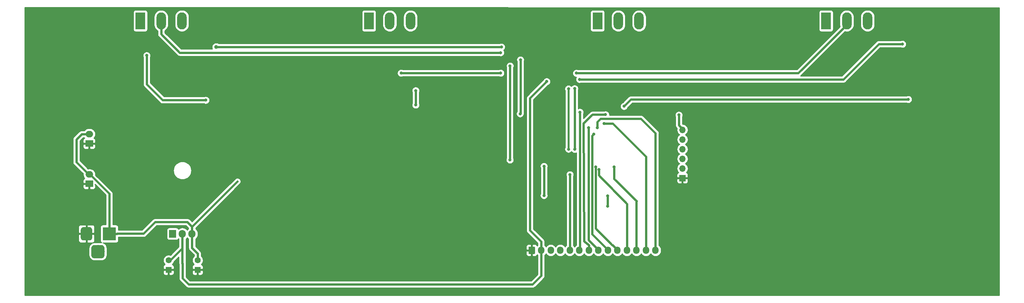
<source format=gbl>
G04 #@! TF.GenerationSoftware,KiCad,Pcbnew,(5.0.0)*
G04 #@! TF.CreationDate,2019-07-10T22:07:53-03:00*
G04 #@! TF.ProjectId,dc_load,64635F6C6F61642E6B696361645F7063,rev?*
G04 #@! TF.SameCoordinates,Original*
G04 #@! TF.FileFunction,Copper,L2,Bot,Signal*
G04 #@! TF.FilePolarity,Positive*
%FSLAX46Y46*%
G04 Gerber Fmt 4.6, Leading zero omitted, Abs format (unit mm)*
G04 Created by KiCad (PCBNEW (5.0.0)) date 07/10/19 22:07:53*
%MOMM*%
%LPD*%
G01*
G04 APERTURE LIST*
G04 #@! TA.AperFunction,Conductor*
%ADD10C,0.100000*%
G04 #@! TD*
G04 #@! TA.AperFunction,ComponentPad*
%ADD11C,3.500000*%
G04 #@! TD*
G04 #@! TA.AperFunction,ComponentPad*
%ADD12C,3.000000*%
G04 #@! TD*
G04 #@! TA.AperFunction,ComponentPad*
%ADD13R,3.500000X3.500000*%
G04 #@! TD*
G04 #@! TA.AperFunction,ComponentPad*
%ADD14R,2.500000X4.500000*%
G04 #@! TD*
G04 #@! TA.AperFunction,ComponentPad*
%ADD15O,2.500000X4.500000*%
G04 #@! TD*
G04 #@! TA.AperFunction,ComponentPad*
%ADD16C,1.600000*%
G04 #@! TD*
G04 #@! TA.AperFunction,ComponentPad*
%ADD17R,1.600000X1.600000*%
G04 #@! TD*
G04 #@! TA.AperFunction,ComponentPad*
%ADD18R,1.905000X2.000000*%
G04 #@! TD*
G04 #@! TA.AperFunction,ComponentPad*
%ADD19O,1.905000X2.000000*%
G04 #@! TD*
G04 #@! TA.AperFunction,ComponentPad*
%ADD20C,1.700000*%
G04 #@! TD*
G04 #@! TA.AperFunction,ComponentPad*
%ADD21O,1.700000X1.950000*%
G04 #@! TD*
G04 #@! TA.AperFunction,ComponentPad*
%ADD22R,2.000000X1.700000*%
G04 #@! TD*
G04 #@! TA.AperFunction,ComponentPad*
%ADD23O,2.000000X1.700000*%
G04 #@! TD*
G04 #@! TA.AperFunction,ComponentPad*
%ADD24R,1.700000X1.700000*%
G04 #@! TD*
G04 #@! TA.AperFunction,ComponentPad*
%ADD25O,1.700000X1.700000*%
G04 #@! TD*
G04 #@! TA.AperFunction,ViaPad*
%ADD26C,0.800000*%
G04 #@! TD*
G04 #@! TA.AperFunction,ViaPad*
%ADD27C,1.000000*%
G04 #@! TD*
G04 #@! TA.AperFunction,Conductor*
%ADD28C,0.600000*%
G04 #@! TD*
G04 #@! TA.AperFunction,Conductor*
%ADD29C,0.500000*%
G04 #@! TD*
G04 #@! TA.AperFunction,Conductor*
%ADD30C,0.254000*%
G04 #@! TD*
G04 APERTURE END LIST*
D10*
G04 #@! TO.N,N/C*
G04 #@! TO.C,J1*
G36*
X40250765Y-106624213D02*
X40335704Y-106636813D01*
X40418999Y-106657677D01*
X40499848Y-106686605D01*
X40577472Y-106723319D01*
X40651124Y-106767464D01*
X40720094Y-106818616D01*
X40783718Y-106876282D01*
X40841384Y-106939906D01*
X40892536Y-107008876D01*
X40936681Y-107082528D01*
X40973395Y-107160152D01*
X41002323Y-107241001D01*
X41023187Y-107324296D01*
X41035787Y-107409235D01*
X41040000Y-107495000D01*
X41040000Y-109245000D01*
X41035787Y-109330765D01*
X41023187Y-109415704D01*
X41002323Y-109498999D01*
X40973395Y-109579848D01*
X40936681Y-109657472D01*
X40892536Y-109731124D01*
X40841384Y-109800094D01*
X40783718Y-109863718D01*
X40720094Y-109921384D01*
X40651124Y-109972536D01*
X40577472Y-110016681D01*
X40499848Y-110053395D01*
X40418999Y-110082323D01*
X40335704Y-110103187D01*
X40250765Y-110115787D01*
X40165000Y-110120000D01*
X38415000Y-110120000D01*
X38329235Y-110115787D01*
X38244296Y-110103187D01*
X38161001Y-110082323D01*
X38080152Y-110053395D01*
X38002528Y-110016681D01*
X37928876Y-109972536D01*
X37859906Y-109921384D01*
X37796282Y-109863718D01*
X37738616Y-109800094D01*
X37687464Y-109731124D01*
X37643319Y-109657472D01*
X37606605Y-109579848D01*
X37577677Y-109498999D01*
X37556813Y-109415704D01*
X37544213Y-109330765D01*
X37540000Y-109245000D01*
X37540000Y-107495000D01*
X37544213Y-107409235D01*
X37556813Y-107324296D01*
X37577677Y-107241001D01*
X37606605Y-107160152D01*
X37643319Y-107082528D01*
X37687464Y-107008876D01*
X37738616Y-106939906D01*
X37796282Y-106876282D01*
X37859906Y-106818616D01*
X37928876Y-106767464D01*
X38002528Y-106723319D01*
X38080152Y-106686605D01*
X38161001Y-106657677D01*
X38244296Y-106636813D01*
X38329235Y-106624213D01*
X38415000Y-106620000D01*
X40165000Y-106620000D01*
X40250765Y-106624213D01*
X40250765Y-106624213D01*
G37*
D11*
G04 #@! TD*
G04 #@! TO.P,J1,3*
G04 #@! TO.N,N/C*
X39290000Y-108370000D03*
D10*
G04 #@! TO.N,GND*
G04 #@! TO.C,J1*
G36*
X37113513Y-101923611D02*
X37186318Y-101934411D01*
X37257714Y-101952295D01*
X37327013Y-101977090D01*
X37393548Y-102008559D01*
X37456678Y-102046398D01*
X37515795Y-102090242D01*
X37570330Y-102139670D01*
X37619758Y-102194205D01*
X37663602Y-102253322D01*
X37701441Y-102316452D01*
X37732910Y-102382987D01*
X37757705Y-102452286D01*
X37775589Y-102523682D01*
X37786389Y-102596487D01*
X37790000Y-102670000D01*
X37790000Y-104670000D01*
X37786389Y-104743513D01*
X37775589Y-104816318D01*
X37757705Y-104887714D01*
X37732910Y-104957013D01*
X37701441Y-105023548D01*
X37663602Y-105086678D01*
X37619758Y-105145795D01*
X37570330Y-105200330D01*
X37515795Y-105249758D01*
X37456678Y-105293602D01*
X37393548Y-105331441D01*
X37327013Y-105362910D01*
X37257714Y-105387705D01*
X37186318Y-105405589D01*
X37113513Y-105416389D01*
X37040000Y-105420000D01*
X35540000Y-105420000D01*
X35466487Y-105416389D01*
X35393682Y-105405589D01*
X35322286Y-105387705D01*
X35252987Y-105362910D01*
X35186452Y-105331441D01*
X35123322Y-105293602D01*
X35064205Y-105249758D01*
X35009670Y-105200330D01*
X34960242Y-105145795D01*
X34916398Y-105086678D01*
X34878559Y-105023548D01*
X34847090Y-104957013D01*
X34822295Y-104887714D01*
X34804411Y-104816318D01*
X34793611Y-104743513D01*
X34790000Y-104670000D01*
X34790000Y-102670000D01*
X34793611Y-102596487D01*
X34804411Y-102523682D01*
X34822295Y-102452286D01*
X34847090Y-102382987D01*
X34878559Y-102316452D01*
X34916398Y-102253322D01*
X34960242Y-102194205D01*
X35009670Y-102139670D01*
X35064205Y-102090242D01*
X35123322Y-102046398D01*
X35186452Y-102008559D01*
X35252987Y-101977090D01*
X35322286Y-101952295D01*
X35393682Y-101934411D01*
X35466487Y-101923611D01*
X35540000Y-101920000D01*
X37040000Y-101920000D01*
X37113513Y-101923611D01*
X37113513Y-101923611D01*
G37*
D12*
G04 #@! TD*
G04 #@! TO.P,J1,2*
G04 #@! TO.N,GND*
X36290000Y-103670000D03*
D13*
G04 #@! TO.P,J1,1*
G04 #@! TO.N,+12V*
X42290000Y-103670000D03*
G04 #@! TD*
D14*
G04 #@! TO.P,Q1,1*
G04 #@! TO.N,/BATT_BOARD*
X230443016Y-47636000D03*
D15*
G04 #@! TO.P,Q1,2*
G04 #@! TO.N,Net-(Q1-Pad2)*
X235893016Y-47636000D03*
G04 #@! TO.P,Q1,3*
G04 #@! TO.N,/I_1*
X241343016Y-47636000D03*
G04 #@! TD*
D14*
G04 #@! TO.P,Q2,1*
G04 #@! TO.N,/BATT_BOARD*
X110443100Y-47636000D03*
D15*
G04 #@! TO.P,Q2,2*
G04 #@! TO.N,Net-(Q2-Pad2)*
X115893100Y-47636000D03*
G04 #@! TO.P,Q2,3*
G04 #@! TO.N,/I_3*
X121343100Y-47636000D03*
G04 #@! TD*
G04 #@! TO.P,Q3,3*
G04 #@! TO.N,/I_4*
X61343142Y-47636000D03*
G04 #@! TO.P,Q3,2*
G04 #@! TO.N,Net-(Q3-Pad2)*
X55893142Y-47636000D03*
D14*
G04 #@! TO.P,Q3,1*
G04 #@! TO.N,/BATT_BOARD*
X50443142Y-47636000D03*
G04 #@! TD*
D15*
G04 #@! TO.P,Q4,3*
G04 #@! TO.N,/I_2*
X181343058Y-47640000D03*
G04 #@! TO.P,Q4,2*
G04 #@! TO.N,Net-(Q4-Pad2)*
X175893058Y-47640000D03*
D14*
G04 #@! TO.P,Q4,1*
G04 #@! TO.N,/BATT_BOARD*
X170443058Y-47640000D03*
G04 #@! TD*
D16*
G04 #@! TO.P,C3,2*
G04 #@! TO.N,+12V*
X65462000Y-110664000D03*
D17*
G04 #@! TO.P,C3,1*
G04 #@! TO.N,GND*
X65462000Y-113164000D03*
G04 #@! TD*
G04 #@! TO.P,C4,1*
G04 #@! TO.N,GND*
X57842000Y-113164000D03*
D16*
G04 #@! TO.P,C4,2*
G04 #@! TO.N,+5V*
X57842000Y-110664000D03*
G04 #@! TD*
D18*
G04 #@! TO.P,U1,1*
G04 #@! TO.N,Net-(R28-Pad2)*
X58928000Y-103683000D03*
D19*
G04 #@! TO.P,U1,2*
G04 #@! TO.N,+5V*
X61468000Y-103683000D03*
G04 #@! TO.P,U1,3*
G04 #@! TO.N,+12V*
X64008000Y-103683000D03*
G04 #@! TD*
D10*
G04 #@! TO.N,GND*
G04 #@! TO.C,J5*
G36*
X153794504Y-107046204D02*
X153818773Y-107049804D01*
X153842571Y-107055765D01*
X153865671Y-107064030D01*
X153887849Y-107074520D01*
X153908893Y-107087133D01*
X153928598Y-107101747D01*
X153946777Y-107118223D01*
X153963253Y-107136402D01*
X153977867Y-107156107D01*
X153990480Y-107177151D01*
X154000970Y-107199329D01*
X154009235Y-107222429D01*
X154015196Y-107246227D01*
X154018796Y-107270496D01*
X154020000Y-107295000D01*
X154020000Y-108745000D01*
X154018796Y-108769504D01*
X154015196Y-108793773D01*
X154009235Y-108817571D01*
X154000970Y-108840671D01*
X153990480Y-108862849D01*
X153977867Y-108883893D01*
X153963253Y-108903598D01*
X153946777Y-108921777D01*
X153928598Y-108938253D01*
X153908893Y-108952867D01*
X153887849Y-108965480D01*
X153865671Y-108975970D01*
X153842571Y-108984235D01*
X153818773Y-108990196D01*
X153794504Y-108993796D01*
X153770000Y-108995000D01*
X152570000Y-108995000D01*
X152545496Y-108993796D01*
X152521227Y-108990196D01*
X152497429Y-108984235D01*
X152474329Y-108975970D01*
X152452151Y-108965480D01*
X152431107Y-108952867D01*
X152411402Y-108938253D01*
X152393223Y-108921777D01*
X152376747Y-108903598D01*
X152362133Y-108883893D01*
X152349520Y-108862849D01*
X152339030Y-108840671D01*
X152330765Y-108817571D01*
X152324804Y-108793773D01*
X152321204Y-108769504D01*
X152320000Y-108745000D01*
X152320000Y-107295000D01*
X152321204Y-107270496D01*
X152324804Y-107246227D01*
X152330765Y-107222429D01*
X152339030Y-107199329D01*
X152349520Y-107177151D01*
X152362133Y-107156107D01*
X152376747Y-107136402D01*
X152393223Y-107118223D01*
X152411402Y-107101747D01*
X152431107Y-107087133D01*
X152452151Y-107074520D01*
X152474329Y-107064030D01*
X152497429Y-107055765D01*
X152521227Y-107049804D01*
X152545496Y-107046204D01*
X152570000Y-107045000D01*
X153770000Y-107045000D01*
X153794504Y-107046204D01*
X153794504Y-107046204D01*
G37*
D20*
G04 #@! TD*
G04 #@! TO.P,J5,1*
G04 #@! TO.N,GND*
X153170000Y-108020000D03*
D21*
G04 #@! TO.P,J5,2*
G04 #@! TO.N,+5V*
X155670000Y-108020000D03*
G04 #@! TO.P,J5,3*
G04 #@! TO.N,3V3*
X158170000Y-108020000D03*
G04 #@! TO.P,J5,4*
G04 #@! TO.N,/RS*
X160670000Y-108020000D03*
G04 #@! TO.P,J5,5*
G04 #@! TO.N,/E*
X163170000Y-108020000D03*
G04 #@! TO.P,J5,6*
G04 #@! TO.N,/D4*
X165670000Y-108020000D03*
G04 #@! TO.P,J5,7*
G04 #@! TO.N,/D5*
X168170000Y-108020000D03*
G04 #@! TO.P,J5,8*
G04 #@! TO.N,/D6*
X170670000Y-108020000D03*
G04 #@! TO.P,J5,9*
G04 #@! TO.N,/D7*
X173170000Y-108020000D03*
G04 #@! TO.P,J5,10*
G04 #@! TO.N,/ENC_A*
X175670000Y-108020000D03*
G04 #@! TO.P,J5,11*
G04 #@! TO.N,/ENC_B*
X178170000Y-108020000D03*
G04 #@! TO.P,J5,12*
G04 #@! TO.N,/SEL_SP*
X180670000Y-108020000D03*
G04 #@! TO.P,J5,13*
G04 #@! TO.N,/IZQ_RUN*
X183170000Y-108020000D03*
G04 #@! TO.P,J5,14*
G04 #@! TO.N,/DER_STOP*
X185670000Y-108020000D03*
G04 #@! TD*
D22*
G04 #@! TO.P,J6,1*
G04 #@! TO.N,GND*
X37020000Y-90530000D03*
D23*
G04 #@! TO.P,J6,2*
G04 #@! TO.N,+12V*
X37020000Y-88030000D03*
G04 #@! TD*
G04 #@! TO.P,J7,2*
G04 #@! TO.N,+12V*
X37020000Y-77430000D03*
D22*
G04 #@! TO.P,J7,1*
G04 #@! TO.N,GND*
X37020000Y-79930000D03*
G04 #@! TD*
D24*
G04 #@! TO.P,J2,1*
G04 #@! TO.N,GND*
X192740000Y-89010000D03*
D25*
G04 #@! TO.P,J2,2*
G04 #@! TO.N,3V3*
X192740000Y-86470000D03*
G04 #@! TO.P,J2,3*
G04 #@! TO.N,/TEST*
X192740000Y-83930000D03*
G04 #@! TO.P,J2,4*
G04 #@! TO.N,/RST*
X192740000Y-81390000D03*
G04 #@! TO.P,J2,5*
G04 #@! TO.N,/P1.2*
X192740000Y-78850000D03*
G04 #@! TO.P,J2,6*
G04 #@! TO.N,/P1.1*
X192740000Y-76310000D03*
G04 #@! TD*
D26*
G04 #@! TO.N,Net-(Q1-Pad2)*
X164890000Y-61400000D03*
G04 #@! TO.N,Net-(Q2-Pad2)*
X145000000Y-61380000D03*
X118880000Y-61380000D03*
D27*
G04 #@! TO.N,/I_4*
X70330000Y-54500000D03*
D26*
X145220000Y-54490000D03*
G04 #@! TO.N,Net-(Q3-Pad2)*
X145000000Y-55990000D03*
G04 #@! TO.N,3V3*
X156396000Y-85896000D03*
X156396000Y-93596000D03*
X122710000Y-65980000D03*
X122710000Y-69760000D03*
G04 #@! TO.N,GND*
X164500000Y-90000000D03*
X164500000Y-98500000D03*
X157700000Y-91300000D03*
X155500000Y-96400000D03*
X188000000Y-92900000D03*
X188000000Y-97300000D03*
X126700000Y-64900000D03*
X126700000Y-70500000D03*
X74200000Y-64400000D03*
X69600000Y-64400000D03*
X134100000Y-64900000D03*
X161700000Y-75900000D03*
X156400000Y-81400000D03*
X156400000Y-73300000D03*
X136300000Y-96200000D03*
X136400000Y-102600000D03*
G04 #@! TO.N,/i_sense_adapter/AD_1*
X177411000Y-70111000D03*
X252000000Y-68300000D03*
G04 #@! TO.N,/P1.1*
X191800000Y-72400000D03*
G04 #@! TO.N,Net-(R4-Pad1)*
X147480000Y-59490000D03*
X147455000Y-84205000D03*
G04 #@! TO.N,Net-(R5-Pad1)*
X162818999Y-81400000D03*
X162818999Y-65530000D03*
G04 #@! TO.N,Net-(R12-Pad1)*
X150210000Y-57870000D03*
X150116000Y-72080000D03*
G04 #@! TO.N,Net-(R13-Pad1)*
X164440000Y-81420000D03*
X164440000Y-65450000D03*
G04 #@! TO.N,+5V*
X157100000Y-63600000D03*
G04 #@! TO.N,/ENC_B*
X170850000Y-86790000D03*
G04 #@! TO.N,/ENC_A*
X169930000Y-86070000D03*
G04 #@! TO.N,/IZQ_RUN*
X172190000Y-74630000D03*
G04 #@! TO.N,V_BATT_SENSE*
X52100000Y-56747148D03*
X67600000Y-68500000D03*
G04 #@! TO.N,/D5*
X172550000Y-72310000D03*
G04 #@! TO.N,/D4*
X165800000Y-71670000D03*
G04 #@! TO.N,/D6*
X168110000Y-75740000D03*
G04 #@! TO.N,/D7*
X169430000Y-77490000D03*
G04 #@! TO.N,/E*
X163200000Y-88100000D03*
G04 #@! TO.N,/RS*
X173090000Y-93710000D03*
X173110000Y-96450000D03*
G04 #@! TO.N,/I_1*
X165720000Y-63030000D03*
X250470000Y-53750000D03*
G04 #@! TO.N,/SEL_SP*
X174811000Y-86061000D03*
G04 #@! TO.N,/DER_STOP*
X170380000Y-75780000D03*
G04 #@! TD*
D28*
G04 #@! TO.N,Net-(Q1-Pad2)*
X235893016Y-48636000D02*
X235893016Y-47636000D01*
X223179016Y-61350000D02*
X235893016Y-48636000D01*
X164890000Y-61400000D02*
X164940000Y-61350000D01*
X164940000Y-61350000D02*
X223179016Y-61350000D01*
G04 #@! TO.N,Net-(Q2-Pad2)*
X145000000Y-61380000D02*
X118880000Y-61380000D01*
G04 #@! TO.N,/I_4*
X70340000Y-54510000D02*
X70330000Y-54500000D01*
X145220000Y-54490000D02*
X145220000Y-54490000D01*
X145220000Y-54490000D02*
X70340000Y-54510000D01*
G04 #@! TO.N,Net-(Q3-Pad2)*
X55893142Y-51133142D02*
X55893142Y-47636000D01*
X145000000Y-55990000D02*
X60750000Y-55990000D01*
X60750000Y-55990000D02*
X55893142Y-51133142D01*
G04 #@! TO.N,/I_2*
X181343058Y-48636000D02*
X181343058Y-47636000D01*
G04 #@! TO.N,3V3*
X156396000Y-85896000D02*
X156396000Y-93596000D01*
X156396000Y-93596000D02*
X156396000Y-93596000D01*
X122710000Y-65980000D02*
X122710000Y-69760000D01*
X122710000Y-69760000D02*
X122710000Y-69760000D01*
G04 #@! TO.N,+12V*
X65462000Y-110664000D02*
X65462000Y-108846000D01*
X65462000Y-108846000D02*
X64008000Y-107392000D01*
X64008000Y-107392000D02*
X64008000Y-103683000D01*
X64008000Y-101804000D02*
X64008000Y-103683000D01*
X75912000Y-89900000D02*
X64008000Y-101804000D01*
X36870000Y-88030000D02*
X33630000Y-84790000D01*
X33630000Y-78850000D02*
X35050000Y-77430000D01*
X35050000Y-77430000D02*
X37020000Y-77430000D01*
X33630000Y-84790000D02*
X33630000Y-78850000D01*
X37020000Y-88030000D02*
X36870000Y-88030000D01*
X37170000Y-88030000D02*
X37020000Y-88030000D01*
X42290000Y-103670000D02*
X42290000Y-93150000D01*
D29*
X42290000Y-93150000D02*
X37170000Y-88030000D01*
D28*
X54330000Y-100550000D02*
X62754000Y-100550000D01*
X51230000Y-103650000D02*
X54330000Y-100550000D01*
X44310000Y-103650000D02*
X51230000Y-103650000D01*
X42290000Y-103670000D02*
X44290000Y-103670000D01*
X62754000Y-100550000D02*
X64008000Y-101804000D01*
X44290000Y-103670000D02*
X44310000Y-103650000D01*
G04 #@! TO.N,GND*
X164500000Y-90000000D02*
X164500000Y-98500000D01*
X164500000Y-98500000D02*
X164500000Y-98500000D01*
X157700000Y-94200000D02*
X155500000Y-96400000D01*
X157700000Y-91300000D02*
X157700000Y-94200000D01*
X188000000Y-92900000D02*
X188000000Y-93465685D01*
X188000000Y-93465685D02*
X188000000Y-97300000D01*
X188000000Y-97300000D02*
X188000000Y-97300000D01*
X126700000Y-64900000D02*
X126700000Y-65465685D01*
X126700000Y-65465685D02*
X126700000Y-70500000D01*
X126700000Y-70500000D02*
X126700000Y-70600000D01*
X74200000Y-64400000D02*
X69600000Y-64400000D01*
X69600000Y-64400000D02*
X69600000Y-64400000D01*
X134100000Y-64900000D02*
X126700000Y-64900000D01*
X156400000Y-81200000D02*
X156400000Y-81400000D01*
X156400000Y-73300000D02*
X156400000Y-73865685D01*
X156400000Y-73300000D02*
X156400000Y-81400000D01*
X157400000Y-81400000D02*
X156400000Y-81400000D01*
X157700000Y-81100000D02*
X157400000Y-81400000D01*
X157700000Y-78900000D02*
X157700000Y-81100000D01*
X161700000Y-75900000D02*
X160700000Y-75900000D01*
X160700000Y-75900000D02*
X157700000Y-78900000D01*
X136400000Y-96300000D02*
X136300000Y-96200000D01*
X136400000Y-102600000D02*
X136400000Y-96300000D01*
G04 #@! TO.N,/i_sense_adapter/AD_1*
X177411000Y-70111000D02*
X179222000Y-68300000D01*
X179222000Y-68300000D02*
X252000000Y-68300000D01*
X252000000Y-68300000D02*
X252000000Y-68300000D01*
G04 #@! TO.N,/P1.1*
X191799000Y-75100000D02*
X193111000Y-76412000D01*
X191799000Y-72966685D02*
X191799000Y-75100000D01*
X191800000Y-72965685D02*
X191799000Y-72966685D01*
X191800000Y-72400000D02*
X191800000Y-72965685D01*
G04 #@! TO.N,Net-(R4-Pad1)*
X147480000Y-84180000D02*
X147455000Y-84205000D01*
X147480000Y-59490000D02*
X147480000Y-84180000D01*
D29*
G04 #@! TO.N,Net-(R5-Pad1)*
X162818999Y-81400000D02*
X162818999Y-65530000D01*
D28*
G04 #@! TO.N,Net-(R12-Pad1)*
X150210000Y-71986000D02*
X150116000Y-72080000D01*
X150210000Y-57870000D02*
X150210000Y-71986000D01*
G04 #@! TO.N,Net-(R13-Pad1)*
X164560000Y-81300000D02*
X164440000Y-81420000D01*
X164440000Y-65450000D02*
X164440000Y-81300000D01*
G04 #@! TO.N,+5V*
X61468000Y-103730500D02*
X61468000Y-103683000D01*
X58310000Y-110664000D02*
X61468000Y-107506000D01*
X57842000Y-110664000D02*
X58310000Y-110664000D01*
X61468000Y-107506000D02*
X61468000Y-103730500D01*
X157100000Y-63600000D02*
X152700000Y-68000000D01*
X152700000Y-68000000D02*
X152700000Y-102800000D01*
X155670000Y-105770000D02*
X155670000Y-108020000D01*
X152700000Y-102800000D02*
X155670000Y-105770000D01*
X155670000Y-114730000D02*
X155670000Y-108020000D01*
X61468000Y-111490002D02*
X61500000Y-111522002D01*
X61468000Y-107506000D02*
X61468000Y-111490002D01*
X61500000Y-111522002D02*
X61500000Y-115400000D01*
X61500000Y-115400000D02*
X63100000Y-117000000D01*
X63100000Y-117000000D02*
X153400000Y-117000000D01*
X153400000Y-117000000D02*
X155670000Y-114730000D01*
G04 #@! TO.N,/ENC_B*
X178170000Y-95910000D02*
X178170000Y-108020000D01*
X178160000Y-95840000D02*
X178170000Y-95910000D01*
X170850000Y-86790000D02*
X170850000Y-88270000D01*
X170850000Y-88270000D02*
X178160000Y-95840000D01*
G04 #@! TO.N,/ENC_A*
X175670000Y-107895000D02*
X175670000Y-108020000D01*
X174420000Y-106645000D02*
X175670000Y-107895000D01*
X174295000Y-106645000D02*
X174420000Y-106645000D01*
X169930000Y-102280000D02*
X174295000Y-106645000D01*
X169930000Y-86070000D02*
X169930000Y-102280000D01*
G04 #@! TO.N,/IZQ_RUN*
X183170000Y-83370000D02*
X183170000Y-108020000D01*
X177100000Y-77300000D02*
X183170000Y-83370000D01*
X177100000Y-77300000D02*
X177100000Y-77280000D01*
X174450000Y-74630000D02*
X172190000Y-74630000D01*
X177100000Y-77280000D02*
X174450000Y-74630000D01*
G04 #@! TO.N,V_BATT_SENSE*
X52100000Y-56747148D02*
X52100000Y-64300000D01*
X52100000Y-64300000D02*
X56300000Y-68500000D01*
X56300000Y-68500000D02*
X67600000Y-68500000D01*
X67600000Y-68500000D02*
X67600000Y-68500000D01*
G04 #@! TO.N,/D5*
X168170000Y-106645000D02*
X168170000Y-108020000D01*
X166890000Y-105610000D02*
X168170000Y-106645000D01*
X166780000Y-74550000D02*
X166890000Y-105610000D01*
X172550000Y-72310000D02*
X169130000Y-72310000D01*
X169130000Y-72310000D02*
X166780000Y-74550000D01*
G04 #@! TO.N,/D4*
X165800000Y-107890000D02*
X165670000Y-108020000D01*
X165800000Y-71670000D02*
X165800000Y-107890000D01*
G04 #@! TO.N,/D6*
X170670000Y-107895000D02*
X170670000Y-108020000D01*
X168110000Y-105335000D02*
X170670000Y-107895000D01*
X168110000Y-75740000D02*
X168110000Y-105335000D01*
G04 #@! TO.N,/D7*
X173170000Y-107895000D02*
X173170000Y-108020000D01*
X169030001Y-103755001D02*
X173170000Y-107895000D01*
X169030001Y-77889999D02*
X169030001Y-103755001D01*
X169430000Y-77490000D02*
X169030001Y-77889999D01*
G04 #@! TO.N,/E*
X163200000Y-107990000D02*
X163170000Y-108020000D01*
X163200000Y-88100000D02*
X163200000Y-107990000D01*
G04 #@! TO.N,/RS*
X173110000Y-93730000D02*
X173090000Y-93710000D01*
X173110000Y-96450000D02*
X173110000Y-93730000D01*
G04 #@! TO.N,/I_1*
X165720000Y-63030000D02*
X234990000Y-63030000D01*
X244270000Y-53750000D02*
X250470000Y-53750000D01*
X234990000Y-63030000D02*
X244270000Y-53750000D01*
G04 #@! TO.N,/SEL_SP*
X174811000Y-86061000D02*
X174811000Y-89211000D01*
X174811000Y-89211000D02*
X180680000Y-95080000D01*
X180670000Y-95090000D02*
X180670000Y-108020000D01*
X180680000Y-95080000D02*
X180670000Y-95090000D01*
G04 #@! TO.N,/DER_STOP*
X170380000Y-75780000D02*
X170380000Y-74230000D01*
X170380000Y-74230000D02*
X171220000Y-73390000D01*
X171220000Y-73390000D02*
X181850000Y-73390000D01*
X185670000Y-77210000D02*
X185670000Y-108020000D01*
X181850000Y-73390000D02*
X185670000Y-77210000D01*
G04 #@! TD*
D30*
G04 #@! TO.N,GND*
G36*
X275873000Y-44136989D02*
X275873000Y-119873000D01*
X20126983Y-119873000D01*
X20126139Y-113449750D01*
X56407000Y-113449750D01*
X56407000Y-114026542D01*
X56431403Y-114149223D01*
X56479270Y-114264785D01*
X56548763Y-114368789D01*
X56637211Y-114457237D01*
X56741215Y-114526730D01*
X56856777Y-114574597D01*
X56979458Y-114599000D01*
X57556250Y-114599000D01*
X57715000Y-114440250D01*
X57715000Y-113291000D01*
X57969000Y-113291000D01*
X57969000Y-114440250D01*
X58127750Y-114599000D01*
X58704542Y-114599000D01*
X58827223Y-114574597D01*
X58942785Y-114526730D01*
X59046789Y-114457237D01*
X59135237Y-114368789D01*
X59204730Y-114264785D01*
X59252597Y-114149223D01*
X59277000Y-114026542D01*
X59277000Y-113449750D01*
X59118250Y-113291000D01*
X57969000Y-113291000D01*
X57715000Y-113291000D01*
X56565750Y-113291000D01*
X56407000Y-113449750D01*
X20126139Y-113449750D01*
X20124890Y-103955750D01*
X34155000Y-103955750D01*
X34155000Y-105482542D01*
X34179403Y-105605223D01*
X34227270Y-105720785D01*
X34296763Y-105824789D01*
X34385211Y-105913237D01*
X34489215Y-105982730D01*
X34604777Y-106030597D01*
X34727458Y-106055000D01*
X36004250Y-106055000D01*
X36163000Y-105896250D01*
X36163000Y-103797000D01*
X36417000Y-103797000D01*
X36417000Y-105896250D01*
X36575750Y-106055000D01*
X37852542Y-106055000D01*
X37975223Y-106030597D01*
X38090785Y-105982730D01*
X38194789Y-105913237D01*
X38283237Y-105824789D01*
X38352730Y-105720785D01*
X38400597Y-105605223D01*
X38425000Y-105482542D01*
X38425000Y-103955750D01*
X38266250Y-103797000D01*
X36417000Y-103797000D01*
X36163000Y-103797000D01*
X34313750Y-103797000D01*
X34155000Y-103955750D01*
X20124890Y-103955750D01*
X20124614Y-101857458D01*
X34155000Y-101857458D01*
X34155000Y-103384250D01*
X34313750Y-103543000D01*
X36163000Y-103543000D01*
X36163000Y-101443750D01*
X36417000Y-101443750D01*
X36417000Y-103543000D01*
X38266250Y-103543000D01*
X38425000Y-103384250D01*
X38425000Y-101857458D01*
X38400597Y-101734777D01*
X38352730Y-101619215D01*
X38283237Y-101515211D01*
X38194789Y-101426763D01*
X38090785Y-101357270D01*
X37975223Y-101309403D01*
X37852542Y-101285000D01*
X36575750Y-101285000D01*
X36417000Y-101443750D01*
X36163000Y-101443750D01*
X36004250Y-101285000D01*
X34727458Y-101285000D01*
X34604777Y-101309403D01*
X34489215Y-101357270D01*
X34385211Y-101426763D01*
X34296763Y-101515211D01*
X34227270Y-101619215D01*
X34179403Y-101734777D01*
X34155000Y-101857458D01*
X20124614Y-101857458D01*
X20123162Y-90815750D01*
X35385000Y-90815750D01*
X35385000Y-91442542D01*
X35409403Y-91565223D01*
X35457270Y-91680785D01*
X35526763Y-91784789D01*
X35615211Y-91873237D01*
X35719215Y-91942730D01*
X35834777Y-91990597D01*
X35957458Y-92015000D01*
X36734250Y-92015000D01*
X36893000Y-91856250D01*
X36893000Y-90657000D01*
X35543750Y-90657000D01*
X35385000Y-90815750D01*
X20123162Y-90815750D01*
X20121587Y-78850000D01*
X32690476Y-78850000D01*
X32695001Y-78895942D01*
X32695000Y-84744068D01*
X32690476Y-84790000D01*
X32695000Y-84835931D01*
X32708529Y-84973291D01*
X32761993Y-85149539D01*
X32848814Y-85311971D01*
X32965656Y-85454344D01*
X33001341Y-85483630D01*
X35393048Y-87875337D01*
X35377815Y-88030000D01*
X35406487Y-88321111D01*
X35491401Y-88601034D01*
X35629294Y-88859014D01*
X35810282Y-89079549D01*
X35719215Y-89117270D01*
X35615211Y-89186763D01*
X35526763Y-89275211D01*
X35457270Y-89379215D01*
X35409403Y-89494777D01*
X35385000Y-89617458D01*
X35385000Y-90244250D01*
X35543750Y-90403000D01*
X36893000Y-90403000D01*
X36893000Y-90383000D01*
X37147000Y-90383000D01*
X37147000Y-90403000D01*
X37167000Y-90403000D01*
X37167000Y-90657000D01*
X37147000Y-90657000D01*
X37147000Y-91856250D01*
X37305750Y-92015000D01*
X38082542Y-92015000D01*
X38205223Y-91990597D01*
X38320785Y-91942730D01*
X38424789Y-91873237D01*
X38513237Y-91784789D01*
X38582730Y-91680785D01*
X38630597Y-91565223D01*
X38655000Y-91442542D01*
X38655000Y-90815750D01*
X38496252Y-90657002D01*
X38545424Y-90657002D01*
X41355001Y-93466580D01*
X41355000Y-101281928D01*
X40540000Y-101281928D01*
X40415518Y-101294188D01*
X40295820Y-101330498D01*
X40185506Y-101389463D01*
X40088815Y-101468815D01*
X40009463Y-101565506D01*
X39950498Y-101675820D01*
X39914188Y-101795518D01*
X39901928Y-101920000D01*
X39901928Y-105420000D01*
X39914188Y-105544482D01*
X39950498Y-105664180D01*
X40009463Y-105774494D01*
X40088815Y-105871185D01*
X40185506Y-105950537D01*
X40262131Y-105991494D01*
X40165000Y-105981928D01*
X38415000Y-105981928D01*
X38119814Y-106011001D01*
X37835972Y-106097104D01*
X37574382Y-106236927D01*
X37345097Y-106425097D01*
X37156927Y-106654382D01*
X37017104Y-106915972D01*
X36931001Y-107199814D01*
X36901928Y-107495000D01*
X36901928Y-109245000D01*
X36931001Y-109540186D01*
X37017104Y-109824028D01*
X37156927Y-110085618D01*
X37345097Y-110314903D01*
X37574382Y-110503073D01*
X37835972Y-110642896D01*
X38119814Y-110728999D01*
X38415000Y-110758072D01*
X40165000Y-110758072D01*
X40460186Y-110728999D01*
X40744028Y-110642896D01*
X41005618Y-110503073D01*
X41234903Y-110314903D01*
X41423073Y-110085618D01*
X41562896Y-109824028D01*
X41648999Y-109540186D01*
X41678072Y-109245000D01*
X41678072Y-107495000D01*
X41648999Y-107199814D01*
X41562896Y-106915972D01*
X41423073Y-106654382D01*
X41234903Y-106425097D01*
X41005618Y-106236927D01*
X40744028Y-106097104D01*
X40615357Y-106058072D01*
X44040000Y-106058072D01*
X44164482Y-106045812D01*
X44284180Y-106009502D01*
X44394494Y-105950537D01*
X44491185Y-105871185D01*
X44570537Y-105774494D01*
X44629502Y-105664180D01*
X44665812Y-105544482D01*
X44678072Y-105420000D01*
X44678072Y-104585000D01*
X51184068Y-104585000D01*
X51230000Y-104589524D01*
X51275932Y-104585000D01*
X51413292Y-104571471D01*
X51589540Y-104518007D01*
X51751972Y-104431186D01*
X51894344Y-104314344D01*
X51923630Y-104278659D01*
X54717290Y-101485000D01*
X62366711Y-101485000D01*
X63073000Y-102191289D01*
X63073000Y-102349175D01*
X62880037Y-102507537D01*
X62738000Y-102680609D01*
X62595963Y-102507537D01*
X62354234Y-102309155D01*
X62078448Y-102161745D01*
X61779203Y-102070970D01*
X61468000Y-102040319D01*
X61156796Y-102070970D01*
X60857551Y-102161745D01*
X60581765Y-102309155D01*
X60455905Y-102412446D01*
X60411037Y-102328506D01*
X60331685Y-102231815D01*
X60234994Y-102152463D01*
X60124680Y-102093498D01*
X60004982Y-102057188D01*
X59880500Y-102044928D01*
X57975500Y-102044928D01*
X57851018Y-102057188D01*
X57731320Y-102093498D01*
X57621006Y-102152463D01*
X57524315Y-102231815D01*
X57444963Y-102328506D01*
X57385998Y-102438820D01*
X57349688Y-102558518D01*
X57337428Y-102683000D01*
X57337428Y-104683000D01*
X57349688Y-104807482D01*
X57385998Y-104927180D01*
X57444963Y-105037494D01*
X57524315Y-105134185D01*
X57621006Y-105213537D01*
X57731320Y-105272502D01*
X57851018Y-105308812D01*
X57975500Y-105321072D01*
X59880500Y-105321072D01*
X60004982Y-105308812D01*
X60124680Y-105272502D01*
X60234994Y-105213537D01*
X60331685Y-105134185D01*
X60411037Y-105037494D01*
X60455905Y-104953553D01*
X60533001Y-105016824D01*
X60533000Y-107118710D01*
X58336227Y-109315484D01*
X58260574Y-109284147D01*
X57983335Y-109229000D01*
X57700665Y-109229000D01*
X57423426Y-109284147D01*
X57162273Y-109392320D01*
X56927241Y-109549363D01*
X56727363Y-109749241D01*
X56570320Y-109984273D01*
X56462147Y-110245426D01*
X56407000Y-110522665D01*
X56407000Y-110805335D01*
X56462147Y-111082574D01*
X56570320Y-111343727D01*
X56727363Y-111578759D01*
X56894503Y-111745899D01*
X56856777Y-111753403D01*
X56741215Y-111801270D01*
X56637211Y-111870763D01*
X56548763Y-111959211D01*
X56479270Y-112063215D01*
X56431403Y-112178777D01*
X56407000Y-112301458D01*
X56407000Y-112878250D01*
X56565750Y-113037000D01*
X57715000Y-113037000D01*
X57715000Y-113017000D01*
X57969000Y-113017000D01*
X57969000Y-113037000D01*
X59118250Y-113037000D01*
X59277000Y-112878250D01*
X59277000Y-112301458D01*
X59252597Y-112178777D01*
X59204730Y-112063215D01*
X59135237Y-111959211D01*
X59046789Y-111870763D01*
X58942785Y-111801270D01*
X58827223Y-111753403D01*
X58789497Y-111745899D01*
X58956637Y-111578759D01*
X59113680Y-111343727D01*
X59221853Y-111082574D01*
X59223874Y-111072415D01*
X60533001Y-109763289D01*
X60533001Y-111444060D01*
X60528476Y-111490002D01*
X60546529Y-111673293D01*
X60565000Y-111734183D01*
X60565001Y-115354058D01*
X60560476Y-115400000D01*
X60578529Y-115583291D01*
X60604688Y-115669524D01*
X60631994Y-115759540D01*
X60718815Y-115921972D01*
X60835657Y-116064344D01*
X60871336Y-116093625D01*
X62406370Y-117628659D01*
X62435656Y-117664344D01*
X62578028Y-117781186D01*
X62683880Y-117837765D01*
X62740459Y-117868007D01*
X62916708Y-117921472D01*
X63100000Y-117939524D01*
X63145935Y-117935000D01*
X153354068Y-117935000D01*
X153400000Y-117939524D01*
X153445932Y-117935000D01*
X153583292Y-117921471D01*
X153759540Y-117868007D01*
X153921972Y-117781186D01*
X154064344Y-117664344D01*
X154093630Y-117628659D01*
X156298660Y-115423629D01*
X156334344Y-115394344D01*
X156451186Y-115251972D01*
X156538007Y-115089540D01*
X156559959Y-115017172D01*
X156591472Y-114913292D01*
X156609524Y-114730000D01*
X156605000Y-114684065D01*
X156605000Y-109298725D01*
X156725134Y-109200134D01*
X156910706Y-108974014D01*
X156920000Y-108956626D01*
X156929294Y-108974014D01*
X157114866Y-109200134D01*
X157340987Y-109385706D01*
X157598967Y-109523599D01*
X157878890Y-109608513D01*
X158170000Y-109637185D01*
X158461111Y-109608513D01*
X158741034Y-109523599D01*
X158999014Y-109385706D01*
X159225134Y-109200134D01*
X159410706Y-108974014D01*
X159420000Y-108956626D01*
X159429294Y-108974014D01*
X159614866Y-109200134D01*
X159840987Y-109385706D01*
X160098967Y-109523599D01*
X160378890Y-109608513D01*
X160670000Y-109637185D01*
X160961111Y-109608513D01*
X161241034Y-109523599D01*
X161499014Y-109385706D01*
X161725134Y-109200134D01*
X161910706Y-108974014D01*
X161920000Y-108956626D01*
X161929294Y-108974014D01*
X162114866Y-109200134D01*
X162340987Y-109385706D01*
X162598967Y-109523599D01*
X162878890Y-109608513D01*
X163170000Y-109637185D01*
X163461111Y-109608513D01*
X163741034Y-109523599D01*
X163999014Y-109385706D01*
X164225134Y-109200134D01*
X164410706Y-108974014D01*
X164420000Y-108956626D01*
X164429294Y-108974014D01*
X164614866Y-109200134D01*
X164840987Y-109385706D01*
X165098967Y-109523599D01*
X165378890Y-109608513D01*
X165670000Y-109637185D01*
X165961111Y-109608513D01*
X166241034Y-109523599D01*
X166499014Y-109385706D01*
X166725134Y-109200134D01*
X166910706Y-108974014D01*
X166920000Y-108956626D01*
X166929294Y-108974014D01*
X167114866Y-109200134D01*
X167340987Y-109385706D01*
X167598967Y-109523599D01*
X167878890Y-109608513D01*
X168170000Y-109637185D01*
X168461111Y-109608513D01*
X168741034Y-109523599D01*
X168999014Y-109385706D01*
X169225134Y-109200134D01*
X169410706Y-108974014D01*
X169420000Y-108956626D01*
X169429294Y-108974014D01*
X169614866Y-109200134D01*
X169840987Y-109385706D01*
X170098967Y-109523599D01*
X170378890Y-109608513D01*
X170670000Y-109637185D01*
X170961111Y-109608513D01*
X171241034Y-109523599D01*
X171499014Y-109385706D01*
X171725134Y-109200134D01*
X171910706Y-108974014D01*
X171920000Y-108956626D01*
X171929294Y-108974014D01*
X172114866Y-109200134D01*
X172340987Y-109385706D01*
X172598967Y-109523599D01*
X172878890Y-109608513D01*
X173170000Y-109637185D01*
X173461111Y-109608513D01*
X173741034Y-109523599D01*
X173999014Y-109385706D01*
X174225134Y-109200134D01*
X174410706Y-108974014D01*
X174420000Y-108956626D01*
X174429294Y-108974014D01*
X174614866Y-109200134D01*
X174840987Y-109385706D01*
X175098967Y-109523599D01*
X175378890Y-109608513D01*
X175670000Y-109637185D01*
X175961111Y-109608513D01*
X176241034Y-109523599D01*
X176499014Y-109385706D01*
X176725134Y-109200134D01*
X176910706Y-108974014D01*
X176920000Y-108956626D01*
X176929294Y-108974014D01*
X177114866Y-109200134D01*
X177340987Y-109385706D01*
X177598967Y-109523599D01*
X177878890Y-109608513D01*
X178170000Y-109637185D01*
X178461111Y-109608513D01*
X178741034Y-109523599D01*
X178999014Y-109385706D01*
X179225134Y-109200134D01*
X179410706Y-108974014D01*
X179420000Y-108956626D01*
X179429294Y-108974014D01*
X179614866Y-109200134D01*
X179840987Y-109385706D01*
X180098967Y-109523599D01*
X180378890Y-109608513D01*
X180670000Y-109637185D01*
X180961111Y-109608513D01*
X181241034Y-109523599D01*
X181499014Y-109385706D01*
X181725134Y-109200134D01*
X181910706Y-108974014D01*
X181920000Y-108956626D01*
X181929294Y-108974014D01*
X182114866Y-109200134D01*
X182340987Y-109385706D01*
X182598967Y-109523599D01*
X182878890Y-109608513D01*
X183170000Y-109637185D01*
X183461111Y-109608513D01*
X183741034Y-109523599D01*
X183999014Y-109385706D01*
X184225134Y-109200134D01*
X184410706Y-108974014D01*
X184420000Y-108956626D01*
X184429294Y-108974014D01*
X184614866Y-109200134D01*
X184840987Y-109385706D01*
X185098967Y-109523599D01*
X185378890Y-109608513D01*
X185670000Y-109637185D01*
X185961111Y-109608513D01*
X186241034Y-109523599D01*
X186499014Y-109385706D01*
X186725134Y-109200134D01*
X186910706Y-108974014D01*
X187048599Y-108716033D01*
X187133513Y-108436110D01*
X187155000Y-108217949D01*
X187155000Y-107822050D01*
X187133513Y-107603889D01*
X187048599Y-107323966D01*
X186910706Y-107065986D01*
X186725134Y-106839866D01*
X186605000Y-106741275D01*
X186605000Y-89295750D01*
X191255000Y-89295750D01*
X191255000Y-89922542D01*
X191279403Y-90045223D01*
X191327270Y-90160785D01*
X191396763Y-90264789D01*
X191485211Y-90353237D01*
X191589215Y-90422730D01*
X191704777Y-90470597D01*
X191827458Y-90495000D01*
X192454250Y-90495000D01*
X192613000Y-90336250D01*
X192613000Y-89137000D01*
X192867000Y-89137000D01*
X192867000Y-90336250D01*
X193025750Y-90495000D01*
X193652542Y-90495000D01*
X193775223Y-90470597D01*
X193890785Y-90422730D01*
X193994789Y-90353237D01*
X194083237Y-90264789D01*
X194152730Y-90160785D01*
X194200597Y-90045223D01*
X194225000Y-89922542D01*
X194225000Y-89295750D01*
X194066250Y-89137000D01*
X192867000Y-89137000D01*
X192613000Y-89137000D01*
X191413750Y-89137000D01*
X191255000Y-89295750D01*
X186605000Y-89295750D01*
X186605000Y-77255932D01*
X186609524Y-77210000D01*
X186591471Y-77026708D01*
X186590040Y-77021992D01*
X186538007Y-76850460D01*
X186451186Y-76688028D01*
X186334344Y-76545656D01*
X186298660Y-76516371D01*
X182543630Y-72761341D01*
X182514344Y-72725656D01*
X182371972Y-72608814D01*
X182209540Y-72521993D01*
X182033292Y-72468529D01*
X181895932Y-72455000D01*
X181850000Y-72450476D01*
X181804068Y-72455000D01*
X173576435Y-72455000D01*
X173585000Y-72411939D01*
X173585000Y-72298061D01*
X190765000Y-72298061D01*
X190765000Y-72501939D01*
X190804774Y-72701898D01*
X190865000Y-72847295D01*
X190865000Y-72910600D01*
X190859476Y-72966685D01*
X190864000Y-73012617D01*
X190864001Y-75054058D01*
X190859476Y-75100000D01*
X190877529Y-75283291D01*
X190915706Y-75409143D01*
X190930994Y-75459540D01*
X191017815Y-75621972D01*
X191134657Y-75764344D01*
X191170336Y-75793625D01*
X191304210Y-75927499D01*
X191276487Y-76018889D01*
X191247815Y-76310000D01*
X191276487Y-76601111D01*
X191361401Y-76881034D01*
X191499294Y-77139014D01*
X191684866Y-77365134D01*
X191910986Y-77550706D01*
X191965791Y-77580000D01*
X191910986Y-77609294D01*
X191684866Y-77794866D01*
X191499294Y-78020986D01*
X191361401Y-78278966D01*
X191276487Y-78558889D01*
X191247815Y-78850000D01*
X191276487Y-79141111D01*
X191361401Y-79421034D01*
X191499294Y-79679014D01*
X191684866Y-79905134D01*
X191910986Y-80090706D01*
X191965791Y-80120000D01*
X191910986Y-80149294D01*
X191684866Y-80334866D01*
X191499294Y-80560986D01*
X191361401Y-80818966D01*
X191276487Y-81098889D01*
X191247815Y-81390000D01*
X191276487Y-81681111D01*
X191361401Y-81961034D01*
X191499294Y-82219014D01*
X191684866Y-82445134D01*
X191910986Y-82630706D01*
X191965791Y-82660000D01*
X191910986Y-82689294D01*
X191684866Y-82874866D01*
X191499294Y-83100986D01*
X191361401Y-83358966D01*
X191276487Y-83638889D01*
X191247815Y-83930000D01*
X191276487Y-84221111D01*
X191361401Y-84501034D01*
X191499294Y-84759014D01*
X191684866Y-84985134D01*
X191910986Y-85170706D01*
X191965791Y-85200000D01*
X191910986Y-85229294D01*
X191684866Y-85414866D01*
X191499294Y-85640986D01*
X191361401Y-85898966D01*
X191276487Y-86178889D01*
X191247815Y-86470000D01*
X191276487Y-86761111D01*
X191361401Y-87041034D01*
X191499294Y-87299014D01*
X191684866Y-87525134D01*
X191712553Y-87547856D01*
X191704777Y-87549403D01*
X191589215Y-87597270D01*
X191485211Y-87666763D01*
X191396763Y-87755211D01*
X191327270Y-87859215D01*
X191279403Y-87974777D01*
X191255000Y-88097458D01*
X191255000Y-88724250D01*
X191413750Y-88883000D01*
X192613000Y-88883000D01*
X192613000Y-88863000D01*
X192867000Y-88863000D01*
X192867000Y-88883000D01*
X194066250Y-88883000D01*
X194225000Y-88724250D01*
X194225000Y-88097458D01*
X194200597Y-87974777D01*
X194152730Y-87859215D01*
X194083237Y-87755211D01*
X193994789Y-87666763D01*
X193890785Y-87597270D01*
X193775223Y-87549403D01*
X193767447Y-87547856D01*
X193795134Y-87525134D01*
X193980706Y-87299014D01*
X194118599Y-87041034D01*
X194203513Y-86761111D01*
X194232185Y-86470000D01*
X194203513Y-86178889D01*
X194118599Y-85898966D01*
X193980706Y-85640986D01*
X193795134Y-85414866D01*
X193569014Y-85229294D01*
X193514209Y-85200000D01*
X193569014Y-85170706D01*
X193795134Y-84985134D01*
X193980706Y-84759014D01*
X194118599Y-84501034D01*
X194203513Y-84221111D01*
X194232185Y-83930000D01*
X194203513Y-83638889D01*
X194118599Y-83358966D01*
X193980706Y-83100986D01*
X193795134Y-82874866D01*
X193569014Y-82689294D01*
X193514209Y-82660000D01*
X193569014Y-82630706D01*
X193795134Y-82445134D01*
X193980706Y-82219014D01*
X194118599Y-81961034D01*
X194203513Y-81681111D01*
X194232185Y-81390000D01*
X194203513Y-81098889D01*
X194118599Y-80818966D01*
X193980706Y-80560986D01*
X193795134Y-80334866D01*
X193569014Y-80149294D01*
X193514209Y-80120000D01*
X193569014Y-80090706D01*
X193795134Y-79905134D01*
X193980706Y-79679014D01*
X194118599Y-79421034D01*
X194203513Y-79141111D01*
X194232185Y-78850000D01*
X194203513Y-78558889D01*
X194118599Y-78278966D01*
X193980706Y-78020986D01*
X193795134Y-77794866D01*
X193569014Y-77609294D01*
X193514209Y-77580000D01*
X193569014Y-77550706D01*
X193795134Y-77365134D01*
X193980706Y-77139014D01*
X194118599Y-76881034D01*
X194203513Y-76601111D01*
X194232185Y-76310000D01*
X194203513Y-76018889D01*
X194118599Y-75738966D01*
X193980706Y-75480986D01*
X193795134Y-75254866D01*
X193569014Y-75069294D01*
X193311034Y-74931401D01*
X193031111Y-74846487D01*
X192849932Y-74828642D01*
X192734000Y-74712711D01*
X192734000Y-73021771D01*
X192739524Y-72965686D01*
X192735000Y-72919754D01*
X192735000Y-72847295D01*
X192795226Y-72701898D01*
X192835000Y-72501939D01*
X192835000Y-72298061D01*
X192795226Y-72098102D01*
X192717205Y-71909744D01*
X192603937Y-71740226D01*
X192459774Y-71596063D01*
X192290256Y-71482795D01*
X192101898Y-71404774D01*
X191901939Y-71365000D01*
X191698061Y-71365000D01*
X191498102Y-71404774D01*
X191309744Y-71482795D01*
X191140226Y-71596063D01*
X190996063Y-71740226D01*
X190882795Y-71909744D01*
X190804774Y-72098102D01*
X190765000Y-72298061D01*
X173585000Y-72298061D01*
X173585000Y-72208061D01*
X173545226Y-72008102D01*
X173467205Y-71819744D01*
X173353937Y-71650226D01*
X173209774Y-71506063D01*
X173040256Y-71392795D01*
X172851898Y-71314774D01*
X172651939Y-71275000D01*
X172448061Y-71275000D01*
X172248102Y-71314774D01*
X172102705Y-71375000D01*
X169187166Y-71375000D01*
X169152509Y-71370746D01*
X169095293Y-71375000D01*
X169084068Y-71375000D01*
X169049500Y-71378405D01*
X168968837Y-71384402D01*
X168957950Y-71387422D01*
X168946708Y-71388529D01*
X168869299Y-71412011D01*
X168791358Y-71433629D01*
X168781272Y-71438713D01*
X168770460Y-71441993D01*
X168699096Y-71480138D01*
X168626894Y-71516534D01*
X168617997Y-71523485D01*
X168608028Y-71528814D01*
X168545480Y-71580146D01*
X168518132Y-71601514D01*
X168510012Y-71609254D01*
X168465656Y-71645656D01*
X168443502Y-71672651D01*
X166735000Y-73301181D01*
X166735000Y-72117295D01*
X166795226Y-71971898D01*
X166835000Y-71771939D01*
X166835000Y-71568061D01*
X166795226Y-71368102D01*
X166717205Y-71179744D01*
X166603937Y-71010226D01*
X166459774Y-70866063D01*
X166290256Y-70752795D01*
X166101898Y-70674774D01*
X165901939Y-70635000D01*
X165698061Y-70635000D01*
X165498102Y-70674774D01*
X165375000Y-70725765D01*
X165375000Y-70009061D01*
X176376000Y-70009061D01*
X176376000Y-70212939D01*
X176415774Y-70412898D01*
X176493795Y-70601256D01*
X176607063Y-70770774D01*
X176751226Y-70914937D01*
X176920744Y-71028205D01*
X177109102Y-71106226D01*
X177309061Y-71146000D01*
X177512939Y-71146000D01*
X177712898Y-71106226D01*
X177901256Y-71028205D01*
X178070774Y-70914937D01*
X178214937Y-70770774D01*
X178328205Y-70601256D01*
X178388431Y-70455858D01*
X179609289Y-69235000D01*
X251552705Y-69235000D01*
X251698102Y-69295226D01*
X251898061Y-69335000D01*
X252101939Y-69335000D01*
X252301898Y-69295226D01*
X252490256Y-69217205D01*
X252659774Y-69103937D01*
X252803937Y-68959774D01*
X252917205Y-68790256D01*
X252995226Y-68601898D01*
X253035000Y-68401939D01*
X253035000Y-68198061D01*
X252995226Y-67998102D01*
X252917205Y-67809744D01*
X252803937Y-67640226D01*
X252659774Y-67496063D01*
X252490256Y-67382795D01*
X252301898Y-67304774D01*
X252101939Y-67265000D01*
X251898061Y-67265000D01*
X251698102Y-67304774D01*
X251552705Y-67365000D01*
X179267935Y-67365000D01*
X179222000Y-67360476D01*
X179038708Y-67378528D01*
X178934828Y-67410041D01*
X178862460Y-67431993D01*
X178700028Y-67518814D01*
X178557656Y-67635656D01*
X178528370Y-67671341D01*
X177066142Y-69133569D01*
X176920744Y-69193795D01*
X176751226Y-69307063D01*
X176607063Y-69451226D01*
X176493795Y-69620744D01*
X176415774Y-69809102D01*
X176376000Y-70009061D01*
X165375000Y-70009061D01*
X165375000Y-65897295D01*
X165435226Y-65751898D01*
X165475000Y-65551939D01*
X165475000Y-65348061D01*
X165435226Y-65148102D01*
X165357205Y-64959744D01*
X165243937Y-64790226D01*
X165099774Y-64646063D01*
X164930256Y-64532795D01*
X164741898Y-64454774D01*
X164541939Y-64415000D01*
X164338061Y-64415000D01*
X164138102Y-64454774D01*
X163949744Y-64532795D01*
X163780226Y-64646063D01*
X163636063Y-64790226D01*
X163598762Y-64846052D01*
X163478773Y-64726063D01*
X163309255Y-64612795D01*
X163120897Y-64534774D01*
X162920938Y-64495000D01*
X162717060Y-64495000D01*
X162517101Y-64534774D01*
X162328743Y-64612795D01*
X162159225Y-64726063D01*
X162015062Y-64870226D01*
X161901794Y-65039744D01*
X161823773Y-65228102D01*
X161783999Y-65428061D01*
X161783999Y-65631939D01*
X161823773Y-65831898D01*
X161901794Y-66020256D01*
X161934000Y-66068456D01*
X161933999Y-80861546D01*
X161901794Y-80909744D01*
X161823773Y-81098102D01*
X161783999Y-81298061D01*
X161783999Y-81501939D01*
X161823773Y-81701898D01*
X161901794Y-81890256D01*
X162015062Y-82059774D01*
X162159225Y-82203937D01*
X162328743Y-82317205D01*
X162517101Y-82395226D01*
X162717060Y-82435000D01*
X162920938Y-82435000D01*
X163120897Y-82395226D01*
X163309255Y-82317205D01*
X163478773Y-82203937D01*
X163622794Y-82059916D01*
X163636063Y-82079774D01*
X163780226Y-82223937D01*
X163949744Y-82337205D01*
X164138102Y-82415226D01*
X164338061Y-82455000D01*
X164541939Y-82455000D01*
X164741898Y-82415226D01*
X164865000Y-82364235D01*
X164865001Y-106641458D01*
X164840986Y-106654294D01*
X164614866Y-106839866D01*
X164429294Y-107065987D01*
X164420000Y-107083374D01*
X164410706Y-107065986D01*
X164225134Y-106839866D01*
X164135000Y-106765895D01*
X164135000Y-88547295D01*
X164195226Y-88401898D01*
X164235000Y-88201939D01*
X164235000Y-87998061D01*
X164195226Y-87798102D01*
X164117205Y-87609744D01*
X164003937Y-87440226D01*
X163859774Y-87296063D01*
X163690256Y-87182795D01*
X163501898Y-87104774D01*
X163301939Y-87065000D01*
X163098061Y-87065000D01*
X162898102Y-87104774D01*
X162709744Y-87182795D01*
X162540226Y-87296063D01*
X162396063Y-87440226D01*
X162282795Y-87609744D01*
X162204774Y-87798102D01*
X162165000Y-87998061D01*
X162165000Y-88201939D01*
X162204774Y-88401898D01*
X162265000Y-88547295D01*
X162265001Y-106716653D01*
X162114866Y-106839866D01*
X161929294Y-107065987D01*
X161920000Y-107083374D01*
X161910706Y-107065986D01*
X161725134Y-106839866D01*
X161499013Y-106654294D01*
X161241033Y-106516401D01*
X160961110Y-106431487D01*
X160670000Y-106402815D01*
X160378889Y-106431487D01*
X160098966Y-106516401D01*
X159840986Y-106654294D01*
X159614866Y-106839866D01*
X159429294Y-107065987D01*
X159420000Y-107083374D01*
X159410706Y-107065986D01*
X159225134Y-106839866D01*
X158999013Y-106654294D01*
X158741033Y-106516401D01*
X158461110Y-106431487D01*
X158170000Y-106402815D01*
X157878889Y-106431487D01*
X157598966Y-106516401D01*
X157340986Y-106654294D01*
X157114866Y-106839866D01*
X156929294Y-107065987D01*
X156920000Y-107083374D01*
X156910706Y-107065986D01*
X156725134Y-106839866D01*
X156605000Y-106741275D01*
X156605000Y-105815931D01*
X156609524Y-105769999D01*
X156591471Y-105586707D01*
X156570717Y-105518291D01*
X156538007Y-105410460D01*
X156451186Y-105248028D01*
X156334344Y-105105656D01*
X156298666Y-105076376D01*
X153635000Y-102412711D01*
X153635000Y-85794061D01*
X155361000Y-85794061D01*
X155361000Y-85997939D01*
X155400774Y-86197898D01*
X155461000Y-86343296D01*
X155461001Y-93148702D01*
X155400774Y-93294102D01*
X155361000Y-93494061D01*
X155361000Y-93697939D01*
X155400774Y-93897898D01*
X155478795Y-94086256D01*
X155592063Y-94255774D01*
X155736226Y-94399937D01*
X155905744Y-94513205D01*
X156094102Y-94591226D01*
X156294061Y-94631000D01*
X156497939Y-94631000D01*
X156697898Y-94591226D01*
X156886256Y-94513205D01*
X157055774Y-94399937D01*
X157199937Y-94255774D01*
X157313205Y-94086256D01*
X157391226Y-93897898D01*
X157431000Y-93697939D01*
X157431000Y-93494061D01*
X157391226Y-93294102D01*
X157331000Y-93148705D01*
X157331000Y-86343295D01*
X157391226Y-86197898D01*
X157431000Y-85997939D01*
X157431000Y-85794061D01*
X157391226Y-85594102D01*
X157313205Y-85405744D01*
X157199937Y-85236226D01*
X157055774Y-85092063D01*
X156886256Y-84978795D01*
X156697898Y-84900774D01*
X156497939Y-84861000D01*
X156294061Y-84861000D01*
X156094102Y-84900774D01*
X155905744Y-84978795D01*
X155736226Y-85092063D01*
X155592063Y-85236226D01*
X155478795Y-85405744D01*
X155400774Y-85594102D01*
X155361000Y-85794061D01*
X153635000Y-85794061D01*
X153635000Y-68387289D01*
X157444858Y-64577431D01*
X157590256Y-64517205D01*
X157759774Y-64403937D01*
X157903937Y-64259774D01*
X158017205Y-64090256D01*
X158095226Y-63901898D01*
X158135000Y-63701939D01*
X158135000Y-63498061D01*
X158095226Y-63298102D01*
X158017205Y-63109744D01*
X157903937Y-62940226D01*
X157759774Y-62796063D01*
X157590256Y-62682795D01*
X157401898Y-62604774D01*
X157201939Y-62565000D01*
X156998061Y-62565000D01*
X156798102Y-62604774D01*
X156609744Y-62682795D01*
X156440226Y-62796063D01*
X156296063Y-62940226D01*
X156182795Y-63109744D01*
X156122569Y-63255142D01*
X152071341Y-67306370D01*
X152035656Y-67335656D01*
X151918814Y-67478029D01*
X151831993Y-67640461D01*
X151780642Y-67809744D01*
X151778529Y-67816709D01*
X151760476Y-68000000D01*
X151765000Y-68045932D01*
X151765001Y-102754058D01*
X151760476Y-102800000D01*
X151778529Y-102983291D01*
X151828502Y-103148028D01*
X151831994Y-103159540D01*
X151918815Y-103321972D01*
X152035657Y-103464344D01*
X152071336Y-103493625D01*
X154735000Y-106157290D01*
X154735000Y-106741274D01*
X154620451Y-106835282D01*
X154582730Y-106744215D01*
X154513237Y-106640211D01*
X154424789Y-106551763D01*
X154320785Y-106482270D01*
X154205223Y-106434403D01*
X154082542Y-106410000D01*
X153455750Y-106410000D01*
X153297000Y-106568750D01*
X153297000Y-107893000D01*
X153317000Y-107893000D01*
X153317000Y-108147000D01*
X153297000Y-108147000D01*
X153297000Y-109471250D01*
X153455750Y-109630000D01*
X154082542Y-109630000D01*
X154205223Y-109605597D01*
X154320785Y-109557730D01*
X154424789Y-109488237D01*
X154513237Y-109399789D01*
X154582730Y-109295785D01*
X154620451Y-109204718D01*
X154735001Y-109298726D01*
X154735000Y-114342711D01*
X153012711Y-116065000D01*
X63487289Y-116065000D01*
X62435000Y-115012711D01*
X62435000Y-113449750D01*
X64027000Y-113449750D01*
X64027000Y-114026542D01*
X64051403Y-114149223D01*
X64099270Y-114264785D01*
X64168763Y-114368789D01*
X64257211Y-114457237D01*
X64361215Y-114526730D01*
X64476777Y-114574597D01*
X64599458Y-114599000D01*
X65176250Y-114599000D01*
X65335000Y-114440250D01*
X65335000Y-113291000D01*
X65589000Y-113291000D01*
X65589000Y-114440250D01*
X65747750Y-114599000D01*
X66324542Y-114599000D01*
X66447223Y-114574597D01*
X66562785Y-114526730D01*
X66666789Y-114457237D01*
X66755237Y-114368789D01*
X66824730Y-114264785D01*
X66872597Y-114149223D01*
X66897000Y-114026542D01*
X66897000Y-113449750D01*
X66738250Y-113291000D01*
X65589000Y-113291000D01*
X65335000Y-113291000D01*
X64185750Y-113291000D01*
X64027000Y-113449750D01*
X62435000Y-113449750D01*
X62435000Y-111567934D01*
X62439524Y-111522002D01*
X62421471Y-111338711D01*
X62421471Y-111338710D01*
X62403000Y-111277819D01*
X62403000Y-107551926D01*
X62407523Y-107506001D01*
X62403000Y-107460076D01*
X62403000Y-105016824D01*
X62595963Y-104858463D01*
X62738000Y-104685391D01*
X62880037Y-104858463D01*
X63073001Y-105016824D01*
X63073000Y-107346068D01*
X63068476Y-107392000D01*
X63084228Y-107551931D01*
X63086529Y-107575291D01*
X63139993Y-107751539D01*
X63226814Y-107913971D01*
X63343656Y-108056344D01*
X63379341Y-108085630D01*
X64527001Y-109233291D01*
X64527001Y-109569603D01*
X64347363Y-109749241D01*
X64190320Y-109984273D01*
X64082147Y-110245426D01*
X64027000Y-110522665D01*
X64027000Y-110805335D01*
X64082147Y-111082574D01*
X64190320Y-111343727D01*
X64347363Y-111578759D01*
X64514503Y-111745899D01*
X64476777Y-111753403D01*
X64361215Y-111801270D01*
X64257211Y-111870763D01*
X64168763Y-111959211D01*
X64099270Y-112063215D01*
X64051403Y-112178777D01*
X64027000Y-112301458D01*
X64027000Y-112878250D01*
X64185750Y-113037000D01*
X65335000Y-113037000D01*
X65335000Y-113017000D01*
X65589000Y-113017000D01*
X65589000Y-113037000D01*
X66738250Y-113037000D01*
X66897000Y-112878250D01*
X66897000Y-112301458D01*
X66872597Y-112178777D01*
X66824730Y-112063215D01*
X66755237Y-111959211D01*
X66666789Y-111870763D01*
X66562785Y-111801270D01*
X66447223Y-111753403D01*
X66409497Y-111745899D01*
X66576637Y-111578759D01*
X66733680Y-111343727D01*
X66841853Y-111082574D01*
X66897000Y-110805335D01*
X66897000Y-110522665D01*
X66841853Y-110245426D01*
X66733680Y-109984273D01*
X66576637Y-109749241D01*
X66397000Y-109569604D01*
X66397000Y-108891935D01*
X66401524Y-108846000D01*
X66383472Y-108662708D01*
X66330007Y-108486459D01*
X66292865Y-108416971D01*
X66243186Y-108324028D01*
X66228186Y-108305750D01*
X151685000Y-108305750D01*
X151685000Y-109057542D01*
X151709403Y-109180223D01*
X151757270Y-109295785D01*
X151826763Y-109399789D01*
X151915211Y-109488237D01*
X152019215Y-109557730D01*
X152134777Y-109605597D01*
X152257458Y-109630000D01*
X152884250Y-109630000D01*
X153043000Y-109471250D01*
X153043000Y-108147000D01*
X151843750Y-108147000D01*
X151685000Y-108305750D01*
X66228186Y-108305750D01*
X66126344Y-108181656D01*
X66090664Y-108152374D01*
X64943000Y-107004711D01*
X64943000Y-106982458D01*
X151685000Y-106982458D01*
X151685000Y-107734250D01*
X151843750Y-107893000D01*
X153043000Y-107893000D01*
X153043000Y-106568750D01*
X152884250Y-106410000D01*
X152257458Y-106410000D01*
X152134777Y-106434403D01*
X152019215Y-106482270D01*
X151915211Y-106551763D01*
X151826763Y-106640211D01*
X151757270Y-106744215D01*
X151709403Y-106859777D01*
X151685000Y-106982458D01*
X64943000Y-106982458D01*
X64943000Y-105016824D01*
X65135963Y-104858463D01*
X65334345Y-104616734D01*
X65481755Y-104340948D01*
X65572530Y-104041703D01*
X65595500Y-103808485D01*
X65595500Y-103557514D01*
X65572530Y-103324296D01*
X65481755Y-103025051D01*
X65334345Y-102749265D01*
X65135963Y-102507537D01*
X64943000Y-102349176D01*
X64943000Y-102191289D01*
X76605623Y-90528667D01*
X76693185Y-90421972D01*
X76780006Y-90259541D01*
X76833471Y-90083293D01*
X76851524Y-89900001D01*
X76833471Y-89716709D01*
X76780006Y-89540460D01*
X76693185Y-89378029D01*
X76576343Y-89235657D01*
X76433971Y-89118815D01*
X76271540Y-89031994D01*
X76095291Y-88978529D01*
X75911999Y-88960476D01*
X75728707Y-88978529D01*
X75552459Y-89031994D01*
X75390028Y-89118815D01*
X75283333Y-89206377D01*
X64008000Y-100481711D01*
X63447630Y-99921341D01*
X63418344Y-99885656D01*
X63275972Y-99768814D01*
X63113540Y-99681993D01*
X62937292Y-99628529D01*
X62799932Y-99615000D01*
X62754000Y-99610476D01*
X62708068Y-99615000D01*
X54375931Y-99615000D01*
X54329999Y-99610476D01*
X54146707Y-99628529D01*
X54093243Y-99644747D01*
X53970460Y-99681993D01*
X53808028Y-99768814D01*
X53665656Y-99885656D01*
X53636374Y-99921336D01*
X50842711Y-102715000D01*
X44678072Y-102715000D01*
X44678072Y-101920000D01*
X44665812Y-101795518D01*
X44629502Y-101675820D01*
X44570537Y-101565506D01*
X44491185Y-101468815D01*
X44394494Y-101389463D01*
X44284180Y-101330498D01*
X44164482Y-101294188D01*
X44040000Y-101281928D01*
X43225000Y-101281928D01*
X43225000Y-93104068D01*
X43211471Y-92966708D01*
X43158007Y-92790460D01*
X43071186Y-92628028D01*
X42954344Y-92485656D01*
X42811972Y-92368814D01*
X42701167Y-92309588D01*
X38640612Y-88249034D01*
X38662185Y-88030000D01*
X38633513Y-87738889D01*
X38548599Y-87458966D01*
X38410706Y-87200986D01*
X38264637Y-87023000D01*
X59071461Y-87023000D01*
X59117510Y-87490542D01*
X59253887Y-87940116D01*
X59475351Y-88354446D01*
X59773391Y-88717609D01*
X60136554Y-89015649D01*
X60550884Y-89237113D01*
X61000458Y-89373490D01*
X61350843Y-89408000D01*
X61585157Y-89408000D01*
X61935542Y-89373490D01*
X62385116Y-89237113D01*
X62799446Y-89015649D01*
X63162609Y-88717609D01*
X63460649Y-88354446D01*
X63682113Y-87940116D01*
X63818490Y-87490542D01*
X63864539Y-87023000D01*
X63818490Y-86555458D01*
X63682113Y-86105884D01*
X63460649Y-85691554D01*
X63162609Y-85328391D01*
X62799446Y-85030351D01*
X62385116Y-84808887D01*
X61935542Y-84672510D01*
X61585157Y-84638000D01*
X61350843Y-84638000D01*
X61000458Y-84672510D01*
X60550884Y-84808887D01*
X60136554Y-85030351D01*
X59773391Y-85328391D01*
X59475351Y-85691554D01*
X59253887Y-86105884D01*
X59117510Y-86555458D01*
X59071461Y-87023000D01*
X38264637Y-87023000D01*
X38225134Y-86974866D01*
X37999014Y-86789294D01*
X37741034Y-86651401D01*
X37461111Y-86566487D01*
X37242950Y-86545000D01*
X36797050Y-86545000D01*
X36715337Y-86553048D01*
X34565000Y-84402711D01*
X34565000Y-84103061D01*
X146420000Y-84103061D01*
X146420000Y-84306939D01*
X146459774Y-84506898D01*
X146537795Y-84695256D01*
X146651063Y-84864774D01*
X146795226Y-85008937D01*
X146964744Y-85122205D01*
X147153102Y-85200226D01*
X147353061Y-85240000D01*
X147556939Y-85240000D01*
X147756898Y-85200226D01*
X147945256Y-85122205D01*
X148114774Y-85008937D01*
X148258937Y-84864774D01*
X148372205Y-84695256D01*
X148450226Y-84506898D01*
X148490000Y-84306939D01*
X148490000Y-84103061D01*
X148450226Y-83903102D01*
X148415000Y-83818060D01*
X148415000Y-71978061D01*
X149081000Y-71978061D01*
X149081000Y-72181939D01*
X149120774Y-72381898D01*
X149198795Y-72570256D01*
X149312063Y-72739774D01*
X149456226Y-72883937D01*
X149625744Y-72997205D01*
X149814102Y-73075226D01*
X150014061Y-73115000D01*
X150217939Y-73115000D01*
X150417898Y-73075226D01*
X150606256Y-72997205D01*
X150775774Y-72883937D01*
X150919937Y-72739774D01*
X151033205Y-72570256D01*
X151111226Y-72381898D01*
X151151000Y-72181939D01*
X151151000Y-71978061D01*
X151146527Y-71955575D01*
X151145000Y-71940069D01*
X151145000Y-61298061D01*
X163855000Y-61298061D01*
X163855000Y-61501939D01*
X163894774Y-61701898D01*
X163972795Y-61890256D01*
X164086063Y-62059774D01*
X164230226Y-62203937D01*
X164399744Y-62317205D01*
X164588102Y-62395226D01*
X164788061Y-62435000D01*
X164872783Y-62435000D01*
X164802795Y-62539744D01*
X164724774Y-62728102D01*
X164685000Y-62928061D01*
X164685000Y-63131939D01*
X164724774Y-63331898D01*
X164802795Y-63520256D01*
X164916063Y-63689774D01*
X165060226Y-63833937D01*
X165229744Y-63947205D01*
X165418102Y-64025226D01*
X165618061Y-64065000D01*
X165821939Y-64065000D01*
X166021898Y-64025226D01*
X166167295Y-63965000D01*
X234944068Y-63965000D01*
X234990000Y-63969524D01*
X235035932Y-63965000D01*
X235173292Y-63951471D01*
X235349540Y-63898007D01*
X235511972Y-63811186D01*
X235654344Y-63694344D01*
X235683630Y-63658659D01*
X244657289Y-54685000D01*
X250022705Y-54685000D01*
X250168102Y-54745226D01*
X250368061Y-54785000D01*
X250571939Y-54785000D01*
X250771898Y-54745226D01*
X250960256Y-54667205D01*
X251129774Y-54553937D01*
X251273937Y-54409774D01*
X251387205Y-54240256D01*
X251465226Y-54051898D01*
X251505000Y-53851939D01*
X251505000Y-53648061D01*
X251465226Y-53448102D01*
X251387205Y-53259744D01*
X251273937Y-53090226D01*
X251129774Y-52946063D01*
X250960256Y-52832795D01*
X250771898Y-52754774D01*
X250571939Y-52715000D01*
X250368061Y-52715000D01*
X250168102Y-52754774D01*
X250022705Y-52815000D01*
X244315932Y-52815000D01*
X244270000Y-52810476D01*
X244224068Y-52815000D01*
X244086708Y-52828529D01*
X243910460Y-52881993D01*
X243748028Y-52968814D01*
X243605656Y-53085656D01*
X243576370Y-53121341D01*
X234602711Y-62095000D01*
X223745081Y-62095000D01*
X223843360Y-62014344D01*
X223872646Y-61978659D01*
X235396196Y-50455110D01*
X235523493Y-50493725D01*
X235893016Y-50530120D01*
X236262540Y-50493725D01*
X236617864Y-50385939D01*
X236945333Y-50210903D01*
X237232361Y-49975345D01*
X237467919Y-49688317D01*
X237642955Y-49360848D01*
X237750741Y-49005524D01*
X237778016Y-48728597D01*
X237778016Y-46543404D01*
X239458016Y-46543404D01*
X239458017Y-48728597D01*
X239485292Y-49005524D01*
X239593078Y-49360848D01*
X239768114Y-49688317D01*
X240003672Y-49975345D01*
X240290700Y-50210903D01*
X240618169Y-50385939D01*
X240973493Y-50493725D01*
X241343016Y-50530120D01*
X241712540Y-50493725D01*
X242067864Y-50385939D01*
X242395333Y-50210903D01*
X242682361Y-49975345D01*
X242917919Y-49688317D01*
X243092955Y-49360848D01*
X243200741Y-49005524D01*
X243228016Y-48728597D01*
X243228016Y-46543403D01*
X243200741Y-46266476D01*
X243092955Y-45911152D01*
X242917919Y-45583683D01*
X242682361Y-45296655D01*
X242395333Y-45061097D01*
X242067863Y-44886061D01*
X241712539Y-44778275D01*
X241343016Y-44741880D01*
X240973492Y-44778275D01*
X240618168Y-44886061D01*
X240290699Y-45061097D01*
X240003671Y-45296655D01*
X239768113Y-45583683D01*
X239593077Y-45911153D01*
X239485291Y-46266477D01*
X239458016Y-46543404D01*
X237778016Y-46543404D01*
X237778016Y-46543403D01*
X237750741Y-46266476D01*
X237642955Y-45911152D01*
X237467919Y-45583683D01*
X237232361Y-45296655D01*
X236945333Y-45061097D01*
X236617863Y-44886061D01*
X236262539Y-44778275D01*
X235893016Y-44741880D01*
X235523492Y-44778275D01*
X235168168Y-44886061D01*
X234840699Y-45061097D01*
X234553671Y-45296655D01*
X234318113Y-45583683D01*
X234143077Y-45911153D01*
X234035291Y-46266477D01*
X234008016Y-46543404D01*
X234008017Y-48728597D01*
X234035292Y-49005524D01*
X234073907Y-49132820D01*
X222791727Y-60415000D01*
X165216586Y-60415000D01*
X165191898Y-60404774D01*
X164991939Y-60365000D01*
X164788061Y-60365000D01*
X164588102Y-60404774D01*
X164399744Y-60482795D01*
X164230226Y-60596063D01*
X164086063Y-60740226D01*
X163972795Y-60909744D01*
X163894774Y-61098102D01*
X163855000Y-61298061D01*
X151145000Y-61298061D01*
X151145000Y-58317295D01*
X151205226Y-58171898D01*
X151245000Y-57971939D01*
X151245000Y-57768061D01*
X151205226Y-57568102D01*
X151127205Y-57379744D01*
X151013937Y-57210226D01*
X150869774Y-57066063D01*
X150700256Y-56952795D01*
X150511898Y-56874774D01*
X150311939Y-56835000D01*
X150108061Y-56835000D01*
X149908102Y-56874774D01*
X149719744Y-56952795D01*
X149550226Y-57066063D01*
X149406063Y-57210226D01*
X149292795Y-57379744D01*
X149214774Y-57568102D01*
X149175000Y-57768061D01*
X149175000Y-57971939D01*
X149214774Y-58171898D01*
X149275000Y-58317295D01*
X149275001Y-71475693D01*
X149198795Y-71589744D01*
X149120774Y-71778102D01*
X149081000Y-71978061D01*
X148415000Y-71978061D01*
X148415000Y-59937295D01*
X148475226Y-59791898D01*
X148515000Y-59591939D01*
X148515000Y-59388061D01*
X148475226Y-59188102D01*
X148397205Y-58999744D01*
X148283937Y-58830226D01*
X148139774Y-58686063D01*
X147970256Y-58572795D01*
X147781898Y-58494774D01*
X147581939Y-58455000D01*
X147378061Y-58455000D01*
X147178102Y-58494774D01*
X146989744Y-58572795D01*
X146820226Y-58686063D01*
X146676063Y-58830226D01*
X146562795Y-58999744D01*
X146484774Y-59188102D01*
X146445000Y-59388061D01*
X146445000Y-59591939D01*
X146484774Y-59791898D01*
X146545000Y-59937295D01*
X146545001Y-83703959D01*
X146537795Y-83714744D01*
X146459774Y-83903102D01*
X146420000Y-84103061D01*
X34565000Y-84103061D01*
X34565000Y-80215750D01*
X35385000Y-80215750D01*
X35385000Y-80842542D01*
X35409403Y-80965223D01*
X35457270Y-81080785D01*
X35526763Y-81184789D01*
X35615211Y-81273237D01*
X35719215Y-81342730D01*
X35834777Y-81390597D01*
X35957458Y-81415000D01*
X36734250Y-81415000D01*
X36893000Y-81256250D01*
X36893000Y-80057000D01*
X37147000Y-80057000D01*
X37147000Y-81256250D01*
X37305750Y-81415000D01*
X38082542Y-81415000D01*
X38205223Y-81390597D01*
X38320785Y-81342730D01*
X38424789Y-81273237D01*
X38513237Y-81184789D01*
X38582730Y-81080785D01*
X38630597Y-80965223D01*
X38655000Y-80842542D01*
X38655000Y-80215750D01*
X38496250Y-80057000D01*
X37147000Y-80057000D01*
X36893000Y-80057000D01*
X35543750Y-80057000D01*
X35385000Y-80215750D01*
X34565000Y-80215750D01*
X34565000Y-79237289D01*
X35437290Y-78365000D01*
X35716275Y-78365000D01*
X35810282Y-78479549D01*
X35719215Y-78517270D01*
X35615211Y-78586763D01*
X35526763Y-78675211D01*
X35457270Y-78779215D01*
X35409403Y-78894777D01*
X35385000Y-79017458D01*
X35385000Y-79644250D01*
X35543750Y-79803000D01*
X36893000Y-79803000D01*
X36893000Y-79783000D01*
X37147000Y-79783000D01*
X37147000Y-79803000D01*
X38496250Y-79803000D01*
X38655000Y-79644250D01*
X38655000Y-79017458D01*
X38630597Y-78894777D01*
X38582730Y-78779215D01*
X38513237Y-78675211D01*
X38424789Y-78586763D01*
X38320785Y-78517270D01*
X38229718Y-78479549D01*
X38410706Y-78259014D01*
X38548599Y-78001034D01*
X38633513Y-77721111D01*
X38662185Y-77430000D01*
X38633513Y-77138889D01*
X38548599Y-76858966D01*
X38410706Y-76600986D01*
X38225134Y-76374866D01*
X37999014Y-76189294D01*
X37741034Y-76051401D01*
X37461111Y-75966487D01*
X37242950Y-75945000D01*
X36797050Y-75945000D01*
X36578889Y-75966487D01*
X36298966Y-76051401D01*
X36040986Y-76189294D01*
X35814866Y-76374866D01*
X35716275Y-76495000D01*
X35095931Y-76495000D01*
X35049999Y-76490476D01*
X34866707Y-76508529D01*
X34832799Y-76518815D01*
X34690460Y-76561993D01*
X34528028Y-76648814D01*
X34385656Y-76765656D01*
X34356374Y-76801336D01*
X33001336Y-78156375D01*
X32965657Y-78185656D01*
X32848815Y-78328028D01*
X32786293Y-78445000D01*
X32761994Y-78490460D01*
X32708529Y-78666709D01*
X32690476Y-78850000D01*
X20121587Y-78850000D01*
X20118666Y-56645209D01*
X51065000Y-56645209D01*
X51065000Y-56849087D01*
X51104774Y-57049046D01*
X51165000Y-57194444D01*
X51165001Y-64254058D01*
X51160476Y-64300000D01*
X51178529Y-64483291D01*
X51217814Y-64612795D01*
X51231994Y-64659540D01*
X51318815Y-64821972D01*
X51435657Y-64964344D01*
X51471336Y-64993625D01*
X55606370Y-69128659D01*
X55635656Y-69164344D01*
X55778028Y-69281186D01*
X55940460Y-69368007D01*
X56102645Y-69417205D01*
X56116708Y-69421471D01*
X56300000Y-69439524D01*
X56345932Y-69435000D01*
X67152705Y-69435000D01*
X67298102Y-69495226D01*
X67498061Y-69535000D01*
X67701939Y-69535000D01*
X67901898Y-69495226D01*
X68090256Y-69417205D01*
X68259774Y-69303937D01*
X68403937Y-69159774D01*
X68517205Y-68990256D01*
X68595226Y-68801898D01*
X68635000Y-68601939D01*
X68635000Y-68398061D01*
X68595226Y-68198102D01*
X68517205Y-68009744D01*
X68403937Y-67840226D01*
X68259774Y-67696063D01*
X68090256Y-67582795D01*
X67901898Y-67504774D01*
X67701939Y-67465000D01*
X67498061Y-67465000D01*
X67298102Y-67504774D01*
X67152705Y-67565000D01*
X56687289Y-67565000D01*
X55000350Y-65878061D01*
X121675000Y-65878061D01*
X121675000Y-66081939D01*
X121714774Y-66281898D01*
X121775000Y-66427296D01*
X121775001Y-69312703D01*
X121714774Y-69458102D01*
X121675000Y-69658061D01*
X121675000Y-69861939D01*
X121714774Y-70061898D01*
X121792795Y-70250256D01*
X121906063Y-70419774D01*
X122050226Y-70563937D01*
X122219744Y-70677205D01*
X122408102Y-70755226D01*
X122608061Y-70795000D01*
X122811939Y-70795000D01*
X123011898Y-70755226D01*
X123200256Y-70677205D01*
X123369774Y-70563937D01*
X123513937Y-70419774D01*
X123627205Y-70250256D01*
X123705226Y-70061898D01*
X123745000Y-69861939D01*
X123745000Y-69658061D01*
X123705226Y-69458102D01*
X123645000Y-69312705D01*
X123645000Y-66427295D01*
X123705226Y-66281898D01*
X123745000Y-66081939D01*
X123745000Y-65878061D01*
X123705226Y-65678102D01*
X123627205Y-65489744D01*
X123513937Y-65320226D01*
X123369774Y-65176063D01*
X123200256Y-65062795D01*
X123011898Y-64984774D01*
X122811939Y-64945000D01*
X122608061Y-64945000D01*
X122408102Y-64984774D01*
X122219744Y-65062795D01*
X122050226Y-65176063D01*
X121906063Y-65320226D01*
X121792795Y-65489744D01*
X121714774Y-65678102D01*
X121675000Y-65878061D01*
X55000350Y-65878061D01*
X53035000Y-63912711D01*
X53035000Y-61278061D01*
X117845000Y-61278061D01*
X117845000Y-61481939D01*
X117884774Y-61681898D01*
X117962795Y-61870256D01*
X118076063Y-62039774D01*
X118220226Y-62183937D01*
X118389744Y-62297205D01*
X118578102Y-62375226D01*
X118778061Y-62415000D01*
X118981939Y-62415000D01*
X119181898Y-62375226D01*
X119327295Y-62315000D01*
X144552705Y-62315000D01*
X144698102Y-62375226D01*
X144898061Y-62415000D01*
X145101939Y-62415000D01*
X145301898Y-62375226D01*
X145490256Y-62297205D01*
X145659774Y-62183937D01*
X145803937Y-62039774D01*
X145917205Y-61870256D01*
X145995226Y-61681898D01*
X146035000Y-61481939D01*
X146035000Y-61278061D01*
X145995226Y-61078102D01*
X145917205Y-60889744D01*
X145803937Y-60720226D01*
X145659774Y-60576063D01*
X145490256Y-60462795D01*
X145301898Y-60384774D01*
X145101939Y-60345000D01*
X144898061Y-60345000D01*
X144698102Y-60384774D01*
X144552705Y-60445000D01*
X119327295Y-60445000D01*
X119181898Y-60384774D01*
X118981939Y-60345000D01*
X118778061Y-60345000D01*
X118578102Y-60384774D01*
X118389744Y-60462795D01*
X118220226Y-60576063D01*
X118076063Y-60720226D01*
X117962795Y-60889744D01*
X117884774Y-61078102D01*
X117845000Y-61278061D01*
X53035000Y-61278061D01*
X53035000Y-57194443D01*
X53095226Y-57049046D01*
X53135000Y-56849087D01*
X53135000Y-56645209D01*
X53095226Y-56445250D01*
X53017205Y-56256892D01*
X52903937Y-56087374D01*
X52759774Y-55943211D01*
X52590256Y-55829943D01*
X52401898Y-55751922D01*
X52201939Y-55712148D01*
X51998061Y-55712148D01*
X51798102Y-55751922D01*
X51609744Y-55829943D01*
X51440226Y-55943211D01*
X51296063Y-56087374D01*
X51182795Y-56256892D01*
X51104774Y-56445250D01*
X51065000Y-56645209D01*
X20118666Y-56645209D01*
X20117184Y-45386000D01*
X48555070Y-45386000D01*
X48555070Y-49886000D01*
X48567330Y-50010482D01*
X48603640Y-50130180D01*
X48662605Y-50240494D01*
X48741957Y-50337185D01*
X48838648Y-50416537D01*
X48948962Y-50475502D01*
X49068660Y-50511812D01*
X49193142Y-50524072D01*
X51693142Y-50524072D01*
X51817624Y-50511812D01*
X51937322Y-50475502D01*
X52047636Y-50416537D01*
X52144327Y-50337185D01*
X52223679Y-50240494D01*
X52282644Y-50130180D01*
X52318954Y-50010482D01*
X52331214Y-49886000D01*
X52331214Y-46543404D01*
X54008142Y-46543404D01*
X54008143Y-48728597D01*
X54035418Y-49005524D01*
X54143204Y-49360848D01*
X54318240Y-49688317D01*
X54553798Y-49975345D01*
X54840826Y-50210903D01*
X54958142Y-50273610D01*
X54958142Y-51087210D01*
X54953618Y-51133142D01*
X54958142Y-51179073D01*
X54971671Y-51316433D01*
X55025135Y-51492681D01*
X55111956Y-51655113D01*
X55228798Y-51797486D01*
X55264483Y-51826772D01*
X60056375Y-56618664D01*
X60085656Y-56654344D01*
X60228028Y-56771186D01*
X60390460Y-56858007D01*
X60513243Y-56895253D01*
X60566707Y-56911471D01*
X60585110Y-56913283D01*
X60704068Y-56925000D01*
X60704074Y-56925000D01*
X60749999Y-56929523D01*
X60795924Y-56925000D01*
X144552705Y-56925000D01*
X144698102Y-56985226D01*
X144898061Y-57025000D01*
X145101939Y-57025000D01*
X145301898Y-56985226D01*
X145490256Y-56907205D01*
X145659774Y-56793937D01*
X145803937Y-56649774D01*
X145917205Y-56480256D01*
X145995226Y-56291898D01*
X146035000Y-56091939D01*
X146035000Y-55888061D01*
X145995226Y-55688102D01*
X145917205Y-55499744D01*
X145810581Y-55340170D01*
X145879774Y-55293937D01*
X146023937Y-55149774D01*
X146137205Y-54980256D01*
X146215226Y-54791898D01*
X146255000Y-54591939D01*
X146255000Y-54388061D01*
X146215226Y-54188102D01*
X146137205Y-53999744D01*
X146023937Y-53830226D01*
X145879774Y-53686063D01*
X145710256Y-53572795D01*
X145521898Y-53494774D01*
X145321939Y-53455000D01*
X145118061Y-53455000D01*
X144918102Y-53494774D01*
X144772416Y-53555120D01*
X70988327Y-53574827D01*
X70867624Y-53494176D01*
X70661067Y-53408617D01*
X70441788Y-53365000D01*
X70218212Y-53365000D01*
X69998933Y-53408617D01*
X69792376Y-53494176D01*
X69606480Y-53618388D01*
X69448388Y-53776480D01*
X69324176Y-53962376D01*
X69238617Y-54168933D01*
X69195000Y-54388212D01*
X69195000Y-54611788D01*
X69238617Y-54831067D01*
X69324176Y-55037624D01*
X69335786Y-55055000D01*
X61137290Y-55055000D01*
X56828142Y-50745853D01*
X56828142Y-50273610D01*
X56945459Y-50210903D01*
X57232487Y-49975345D01*
X57468045Y-49688317D01*
X57643081Y-49360848D01*
X57750867Y-49005524D01*
X57778142Y-48728597D01*
X57778142Y-46543404D01*
X59458142Y-46543404D01*
X59458143Y-48728597D01*
X59485418Y-49005524D01*
X59593204Y-49360848D01*
X59768240Y-49688317D01*
X60003798Y-49975345D01*
X60290826Y-50210903D01*
X60618295Y-50385939D01*
X60973619Y-50493725D01*
X61343142Y-50530120D01*
X61712666Y-50493725D01*
X62067990Y-50385939D01*
X62395459Y-50210903D01*
X62682487Y-49975345D01*
X62918045Y-49688317D01*
X63093081Y-49360848D01*
X63200867Y-49005524D01*
X63228142Y-48728597D01*
X63228142Y-46543403D01*
X63200867Y-46266476D01*
X63093081Y-45911152D01*
X62918045Y-45583683D01*
X62755811Y-45386000D01*
X108555028Y-45386000D01*
X108555028Y-49886000D01*
X108567288Y-50010482D01*
X108603598Y-50130180D01*
X108662563Y-50240494D01*
X108741915Y-50337185D01*
X108838606Y-50416537D01*
X108948920Y-50475502D01*
X109068618Y-50511812D01*
X109193100Y-50524072D01*
X111693100Y-50524072D01*
X111817582Y-50511812D01*
X111937280Y-50475502D01*
X112047594Y-50416537D01*
X112144285Y-50337185D01*
X112223637Y-50240494D01*
X112282602Y-50130180D01*
X112318912Y-50010482D01*
X112331172Y-49886000D01*
X112331172Y-46543404D01*
X114008100Y-46543404D01*
X114008101Y-48728597D01*
X114035376Y-49005524D01*
X114143162Y-49360848D01*
X114318198Y-49688317D01*
X114553756Y-49975345D01*
X114840784Y-50210903D01*
X115168253Y-50385939D01*
X115523577Y-50493725D01*
X115893100Y-50530120D01*
X116262624Y-50493725D01*
X116617948Y-50385939D01*
X116945417Y-50210903D01*
X117232445Y-49975345D01*
X117468003Y-49688317D01*
X117643039Y-49360848D01*
X117750825Y-49005524D01*
X117778100Y-48728597D01*
X117778100Y-46543404D01*
X119458100Y-46543404D01*
X119458101Y-48728597D01*
X119485376Y-49005524D01*
X119593162Y-49360848D01*
X119768198Y-49688317D01*
X120003756Y-49975345D01*
X120290784Y-50210903D01*
X120618253Y-50385939D01*
X120973577Y-50493725D01*
X121343100Y-50530120D01*
X121712624Y-50493725D01*
X122067948Y-50385939D01*
X122395417Y-50210903D01*
X122682445Y-49975345D01*
X122918003Y-49688317D01*
X123093039Y-49360848D01*
X123200825Y-49005524D01*
X123228100Y-48728597D01*
X123228100Y-46543403D01*
X123200825Y-46266476D01*
X123093039Y-45911152D01*
X122918003Y-45583683D01*
X122759052Y-45390000D01*
X168554986Y-45390000D01*
X168554986Y-49890000D01*
X168567246Y-50014482D01*
X168603556Y-50134180D01*
X168662521Y-50244494D01*
X168741873Y-50341185D01*
X168838564Y-50420537D01*
X168948878Y-50479502D01*
X169068576Y-50515812D01*
X169193058Y-50528072D01*
X171693058Y-50528072D01*
X171817540Y-50515812D01*
X171937238Y-50479502D01*
X172047552Y-50420537D01*
X172144243Y-50341185D01*
X172223595Y-50244494D01*
X172282560Y-50134180D01*
X172318870Y-50014482D01*
X172331130Y-49890000D01*
X172331130Y-46547404D01*
X174008058Y-46547404D01*
X174008059Y-48732597D01*
X174035334Y-49009524D01*
X174143120Y-49364848D01*
X174318156Y-49692317D01*
X174553714Y-49979345D01*
X174840742Y-50214903D01*
X175168211Y-50389939D01*
X175523535Y-50497725D01*
X175893058Y-50534120D01*
X176262582Y-50497725D01*
X176617906Y-50389939D01*
X176945375Y-50214903D01*
X177232403Y-49979345D01*
X177467961Y-49692317D01*
X177642997Y-49364848D01*
X177750783Y-49009524D01*
X177778058Y-48732597D01*
X177778058Y-46547404D01*
X179458058Y-46547404D01*
X179458059Y-48732597D01*
X179485334Y-49009524D01*
X179593120Y-49364848D01*
X179768156Y-49692317D01*
X180003714Y-49979345D01*
X180290742Y-50214903D01*
X180618211Y-50389939D01*
X180973535Y-50497725D01*
X181343058Y-50534120D01*
X181712582Y-50497725D01*
X182067906Y-50389939D01*
X182395375Y-50214903D01*
X182682403Y-49979345D01*
X182917961Y-49692317D01*
X183092997Y-49364848D01*
X183200783Y-49009524D01*
X183228058Y-48732597D01*
X183228058Y-46547403D01*
X183200783Y-46270476D01*
X183092997Y-45915152D01*
X182917961Y-45587683D01*
X182752444Y-45386000D01*
X228554944Y-45386000D01*
X228554944Y-49886000D01*
X228567204Y-50010482D01*
X228603514Y-50130180D01*
X228662479Y-50240494D01*
X228741831Y-50337185D01*
X228838522Y-50416537D01*
X228948836Y-50475502D01*
X229068534Y-50511812D01*
X229193016Y-50524072D01*
X231693016Y-50524072D01*
X231817498Y-50511812D01*
X231937196Y-50475502D01*
X232047510Y-50416537D01*
X232144201Y-50337185D01*
X232223553Y-50240494D01*
X232282518Y-50130180D01*
X232318828Y-50010482D01*
X232331088Y-49886000D01*
X232331088Y-45386000D01*
X232318828Y-45261518D01*
X232282518Y-45141820D01*
X232223553Y-45031506D01*
X232144201Y-44934815D01*
X232047510Y-44855463D01*
X231937196Y-44796498D01*
X231817498Y-44760188D01*
X231693016Y-44747928D01*
X229193016Y-44747928D01*
X229068534Y-44760188D01*
X228948836Y-44796498D01*
X228838522Y-44855463D01*
X228741831Y-44934815D01*
X228662479Y-45031506D01*
X228603514Y-45141820D01*
X228567204Y-45261518D01*
X228554944Y-45386000D01*
X182752444Y-45386000D01*
X182682403Y-45300655D01*
X182395375Y-45065097D01*
X182067905Y-44890061D01*
X181712581Y-44782275D01*
X181343058Y-44745880D01*
X180973534Y-44782275D01*
X180618210Y-44890061D01*
X180290741Y-45065097D01*
X180003713Y-45300655D01*
X179768155Y-45587683D01*
X179593119Y-45915153D01*
X179485333Y-46270477D01*
X179458058Y-46547404D01*
X177778058Y-46547404D01*
X177778058Y-46547403D01*
X177750783Y-46270476D01*
X177642997Y-45915152D01*
X177467961Y-45587683D01*
X177232403Y-45300655D01*
X176945375Y-45065097D01*
X176617905Y-44890061D01*
X176262581Y-44782275D01*
X175893058Y-44745880D01*
X175523534Y-44782275D01*
X175168210Y-44890061D01*
X174840741Y-45065097D01*
X174553713Y-45300655D01*
X174318155Y-45587683D01*
X174143119Y-45915153D01*
X174035333Y-46270477D01*
X174008058Y-46547404D01*
X172331130Y-46547404D01*
X172331130Y-45390000D01*
X172318870Y-45265518D01*
X172282560Y-45145820D01*
X172223595Y-45035506D01*
X172144243Y-44938815D01*
X172047552Y-44859463D01*
X171937238Y-44800498D01*
X171817540Y-44764188D01*
X171693058Y-44751928D01*
X169193058Y-44751928D01*
X169068576Y-44764188D01*
X168948878Y-44800498D01*
X168838564Y-44859463D01*
X168741873Y-44938815D01*
X168662521Y-45035506D01*
X168603556Y-45145820D01*
X168567246Y-45265518D01*
X168554986Y-45390000D01*
X122759052Y-45390000D01*
X122682445Y-45296655D01*
X122395417Y-45061097D01*
X122067947Y-44886061D01*
X121712623Y-44778275D01*
X121343100Y-44741880D01*
X120973576Y-44778275D01*
X120618252Y-44886061D01*
X120290783Y-45061097D01*
X120003755Y-45296655D01*
X119768197Y-45583683D01*
X119593161Y-45911153D01*
X119485375Y-46266477D01*
X119458100Y-46543404D01*
X117778100Y-46543404D01*
X117778100Y-46543403D01*
X117750825Y-46266476D01*
X117643039Y-45911152D01*
X117468003Y-45583683D01*
X117232445Y-45296655D01*
X116945417Y-45061097D01*
X116617947Y-44886061D01*
X116262623Y-44778275D01*
X115893100Y-44741880D01*
X115523576Y-44778275D01*
X115168252Y-44886061D01*
X114840783Y-45061097D01*
X114553755Y-45296655D01*
X114318197Y-45583683D01*
X114143161Y-45911153D01*
X114035375Y-46266477D01*
X114008100Y-46543404D01*
X112331172Y-46543404D01*
X112331172Y-45386000D01*
X112318912Y-45261518D01*
X112282602Y-45141820D01*
X112223637Y-45031506D01*
X112144285Y-44934815D01*
X112047594Y-44855463D01*
X111937280Y-44796498D01*
X111817582Y-44760188D01*
X111693100Y-44747928D01*
X109193100Y-44747928D01*
X109068618Y-44760188D01*
X108948920Y-44796498D01*
X108838606Y-44855463D01*
X108741915Y-44934815D01*
X108662563Y-45031506D01*
X108603598Y-45141820D01*
X108567288Y-45261518D01*
X108555028Y-45386000D01*
X62755811Y-45386000D01*
X62682487Y-45296655D01*
X62395459Y-45061097D01*
X62067989Y-44886061D01*
X61712665Y-44778275D01*
X61343142Y-44741880D01*
X60973618Y-44778275D01*
X60618294Y-44886061D01*
X60290825Y-45061097D01*
X60003797Y-45296655D01*
X59768239Y-45583683D01*
X59593203Y-45911153D01*
X59485417Y-46266477D01*
X59458142Y-46543404D01*
X57778142Y-46543404D01*
X57778142Y-46543403D01*
X57750867Y-46266476D01*
X57643081Y-45911152D01*
X57468045Y-45583683D01*
X57232487Y-45296655D01*
X56945459Y-45061097D01*
X56617989Y-44886061D01*
X56262665Y-44778275D01*
X55893142Y-44741880D01*
X55523618Y-44778275D01*
X55168294Y-44886061D01*
X54840825Y-45061097D01*
X54553797Y-45296655D01*
X54318239Y-45583683D01*
X54143203Y-45911153D01*
X54035417Y-46266477D01*
X54008142Y-46543404D01*
X52331214Y-46543404D01*
X52331214Y-45386000D01*
X52318954Y-45261518D01*
X52282644Y-45141820D01*
X52223679Y-45031506D01*
X52144327Y-44934815D01*
X52047636Y-44855463D01*
X51937322Y-44796498D01*
X51817624Y-44760188D01*
X51693142Y-44747928D01*
X49193142Y-44747928D01*
X49068660Y-44760188D01*
X48948962Y-44796498D01*
X48838648Y-44855463D01*
X48741957Y-44934815D01*
X48662605Y-45031506D01*
X48603640Y-45141820D01*
X48567330Y-45261518D01*
X48555070Y-45386000D01*
X20117184Y-45386000D01*
X20117017Y-44117010D01*
X275873000Y-44136989D01*
X275873000Y-44136989D01*
G37*
X275873000Y-44136989D02*
X275873000Y-119873000D01*
X20126983Y-119873000D01*
X20126139Y-113449750D01*
X56407000Y-113449750D01*
X56407000Y-114026542D01*
X56431403Y-114149223D01*
X56479270Y-114264785D01*
X56548763Y-114368789D01*
X56637211Y-114457237D01*
X56741215Y-114526730D01*
X56856777Y-114574597D01*
X56979458Y-114599000D01*
X57556250Y-114599000D01*
X57715000Y-114440250D01*
X57715000Y-113291000D01*
X57969000Y-113291000D01*
X57969000Y-114440250D01*
X58127750Y-114599000D01*
X58704542Y-114599000D01*
X58827223Y-114574597D01*
X58942785Y-114526730D01*
X59046789Y-114457237D01*
X59135237Y-114368789D01*
X59204730Y-114264785D01*
X59252597Y-114149223D01*
X59277000Y-114026542D01*
X59277000Y-113449750D01*
X59118250Y-113291000D01*
X57969000Y-113291000D01*
X57715000Y-113291000D01*
X56565750Y-113291000D01*
X56407000Y-113449750D01*
X20126139Y-113449750D01*
X20124890Y-103955750D01*
X34155000Y-103955750D01*
X34155000Y-105482542D01*
X34179403Y-105605223D01*
X34227270Y-105720785D01*
X34296763Y-105824789D01*
X34385211Y-105913237D01*
X34489215Y-105982730D01*
X34604777Y-106030597D01*
X34727458Y-106055000D01*
X36004250Y-106055000D01*
X36163000Y-105896250D01*
X36163000Y-103797000D01*
X36417000Y-103797000D01*
X36417000Y-105896250D01*
X36575750Y-106055000D01*
X37852542Y-106055000D01*
X37975223Y-106030597D01*
X38090785Y-105982730D01*
X38194789Y-105913237D01*
X38283237Y-105824789D01*
X38352730Y-105720785D01*
X38400597Y-105605223D01*
X38425000Y-105482542D01*
X38425000Y-103955750D01*
X38266250Y-103797000D01*
X36417000Y-103797000D01*
X36163000Y-103797000D01*
X34313750Y-103797000D01*
X34155000Y-103955750D01*
X20124890Y-103955750D01*
X20124614Y-101857458D01*
X34155000Y-101857458D01*
X34155000Y-103384250D01*
X34313750Y-103543000D01*
X36163000Y-103543000D01*
X36163000Y-101443750D01*
X36417000Y-101443750D01*
X36417000Y-103543000D01*
X38266250Y-103543000D01*
X38425000Y-103384250D01*
X38425000Y-101857458D01*
X38400597Y-101734777D01*
X38352730Y-101619215D01*
X38283237Y-101515211D01*
X38194789Y-101426763D01*
X38090785Y-101357270D01*
X37975223Y-101309403D01*
X37852542Y-101285000D01*
X36575750Y-101285000D01*
X36417000Y-101443750D01*
X36163000Y-101443750D01*
X36004250Y-101285000D01*
X34727458Y-101285000D01*
X34604777Y-101309403D01*
X34489215Y-101357270D01*
X34385211Y-101426763D01*
X34296763Y-101515211D01*
X34227270Y-101619215D01*
X34179403Y-101734777D01*
X34155000Y-101857458D01*
X20124614Y-101857458D01*
X20123162Y-90815750D01*
X35385000Y-90815750D01*
X35385000Y-91442542D01*
X35409403Y-91565223D01*
X35457270Y-91680785D01*
X35526763Y-91784789D01*
X35615211Y-91873237D01*
X35719215Y-91942730D01*
X35834777Y-91990597D01*
X35957458Y-92015000D01*
X36734250Y-92015000D01*
X36893000Y-91856250D01*
X36893000Y-90657000D01*
X35543750Y-90657000D01*
X35385000Y-90815750D01*
X20123162Y-90815750D01*
X20121587Y-78850000D01*
X32690476Y-78850000D01*
X32695001Y-78895942D01*
X32695000Y-84744068D01*
X32690476Y-84790000D01*
X32695000Y-84835931D01*
X32708529Y-84973291D01*
X32761993Y-85149539D01*
X32848814Y-85311971D01*
X32965656Y-85454344D01*
X33001341Y-85483630D01*
X35393048Y-87875337D01*
X35377815Y-88030000D01*
X35406487Y-88321111D01*
X35491401Y-88601034D01*
X35629294Y-88859014D01*
X35810282Y-89079549D01*
X35719215Y-89117270D01*
X35615211Y-89186763D01*
X35526763Y-89275211D01*
X35457270Y-89379215D01*
X35409403Y-89494777D01*
X35385000Y-89617458D01*
X35385000Y-90244250D01*
X35543750Y-90403000D01*
X36893000Y-90403000D01*
X36893000Y-90383000D01*
X37147000Y-90383000D01*
X37147000Y-90403000D01*
X37167000Y-90403000D01*
X37167000Y-90657000D01*
X37147000Y-90657000D01*
X37147000Y-91856250D01*
X37305750Y-92015000D01*
X38082542Y-92015000D01*
X38205223Y-91990597D01*
X38320785Y-91942730D01*
X38424789Y-91873237D01*
X38513237Y-91784789D01*
X38582730Y-91680785D01*
X38630597Y-91565223D01*
X38655000Y-91442542D01*
X38655000Y-90815750D01*
X38496252Y-90657002D01*
X38545424Y-90657002D01*
X41355001Y-93466580D01*
X41355000Y-101281928D01*
X40540000Y-101281928D01*
X40415518Y-101294188D01*
X40295820Y-101330498D01*
X40185506Y-101389463D01*
X40088815Y-101468815D01*
X40009463Y-101565506D01*
X39950498Y-101675820D01*
X39914188Y-101795518D01*
X39901928Y-101920000D01*
X39901928Y-105420000D01*
X39914188Y-105544482D01*
X39950498Y-105664180D01*
X40009463Y-105774494D01*
X40088815Y-105871185D01*
X40185506Y-105950537D01*
X40262131Y-105991494D01*
X40165000Y-105981928D01*
X38415000Y-105981928D01*
X38119814Y-106011001D01*
X37835972Y-106097104D01*
X37574382Y-106236927D01*
X37345097Y-106425097D01*
X37156927Y-106654382D01*
X37017104Y-106915972D01*
X36931001Y-107199814D01*
X36901928Y-107495000D01*
X36901928Y-109245000D01*
X36931001Y-109540186D01*
X37017104Y-109824028D01*
X37156927Y-110085618D01*
X37345097Y-110314903D01*
X37574382Y-110503073D01*
X37835972Y-110642896D01*
X38119814Y-110728999D01*
X38415000Y-110758072D01*
X40165000Y-110758072D01*
X40460186Y-110728999D01*
X40744028Y-110642896D01*
X41005618Y-110503073D01*
X41234903Y-110314903D01*
X41423073Y-110085618D01*
X41562896Y-109824028D01*
X41648999Y-109540186D01*
X41678072Y-109245000D01*
X41678072Y-107495000D01*
X41648999Y-107199814D01*
X41562896Y-106915972D01*
X41423073Y-106654382D01*
X41234903Y-106425097D01*
X41005618Y-106236927D01*
X40744028Y-106097104D01*
X40615357Y-106058072D01*
X44040000Y-106058072D01*
X44164482Y-106045812D01*
X44284180Y-106009502D01*
X44394494Y-105950537D01*
X44491185Y-105871185D01*
X44570537Y-105774494D01*
X44629502Y-105664180D01*
X44665812Y-105544482D01*
X44678072Y-105420000D01*
X44678072Y-104585000D01*
X51184068Y-104585000D01*
X51230000Y-104589524D01*
X51275932Y-104585000D01*
X51413292Y-104571471D01*
X51589540Y-104518007D01*
X51751972Y-104431186D01*
X51894344Y-104314344D01*
X51923630Y-104278659D01*
X54717290Y-101485000D01*
X62366711Y-101485000D01*
X63073000Y-102191289D01*
X63073000Y-102349175D01*
X62880037Y-102507537D01*
X62738000Y-102680609D01*
X62595963Y-102507537D01*
X62354234Y-102309155D01*
X62078448Y-102161745D01*
X61779203Y-102070970D01*
X61468000Y-102040319D01*
X61156796Y-102070970D01*
X60857551Y-102161745D01*
X60581765Y-102309155D01*
X60455905Y-102412446D01*
X60411037Y-102328506D01*
X60331685Y-102231815D01*
X60234994Y-102152463D01*
X60124680Y-102093498D01*
X60004982Y-102057188D01*
X59880500Y-102044928D01*
X57975500Y-102044928D01*
X57851018Y-102057188D01*
X57731320Y-102093498D01*
X57621006Y-102152463D01*
X57524315Y-102231815D01*
X57444963Y-102328506D01*
X57385998Y-102438820D01*
X57349688Y-102558518D01*
X57337428Y-102683000D01*
X57337428Y-104683000D01*
X57349688Y-104807482D01*
X57385998Y-104927180D01*
X57444963Y-105037494D01*
X57524315Y-105134185D01*
X57621006Y-105213537D01*
X57731320Y-105272502D01*
X57851018Y-105308812D01*
X57975500Y-105321072D01*
X59880500Y-105321072D01*
X60004982Y-105308812D01*
X60124680Y-105272502D01*
X60234994Y-105213537D01*
X60331685Y-105134185D01*
X60411037Y-105037494D01*
X60455905Y-104953553D01*
X60533001Y-105016824D01*
X60533000Y-107118710D01*
X58336227Y-109315484D01*
X58260574Y-109284147D01*
X57983335Y-109229000D01*
X57700665Y-109229000D01*
X57423426Y-109284147D01*
X57162273Y-109392320D01*
X56927241Y-109549363D01*
X56727363Y-109749241D01*
X56570320Y-109984273D01*
X56462147Y-110245426D01*
X56407000Y-110522665D01*
X56407000Y-110805335D01*
X56462147Y-111082574D01*
X56570320Y-111343727D01*
X56727363Y-111578759D01*
X56894503Y-111745899D01*
X56856777Y-111753403D01*
X56741215Y-111801270D01*
X56637211Y-111870763D01*
X56548763Y-111959211D01*
X56479270Y-112063215D01*
X56431403Y-112178777D01*
X56407000Y-112301458D01*
X56407000Y-112878250D01*
X56565750Y-113037000D01*
X57715000Y-113037000D01*
X57715000Y-113017000D01*
X57969000Y-113017000D01*
X57969000Y-113037000D01*
X59118250Y-113037000D01*
X59277000Y-112878250D01*
X59277000Y-112301458D01*
X59252597Y-112178777D01*
X59204730Y-112063215D01*
X59135237Y-111959211D01*
X59046789Y-111870763D01*
X58942785Y-111801270D01*
X58827223Y-111753403D01*
X58789497Y-111745899D01*
X58956637Y-111578759D01*
X59113680Y-111343727D01*
X59221853Y-111082574D01*
X59223874Y-111072415D01*
X60533001Y-109763289D01*
X60533001Y-111444060D01*
X60528476Y-111490002D01*
X60546529Y-111673293D01*
X60565000Y-111734183D01*
X60565001Y-115354058D01*
X60560476Y-115400000D01*
X60578529Y-115583291D01*
X60604688Y-115669524D01*
X60631994Y-115759540D01*
X60718815Y-115921972D01*
X60835657Y-116064344D01*
X60871336Y-116093625D01*
X62406370Y-117628659D01*
X62435656Y-117664344D01*
X62578028Y-117781186D01*
X62683880Y-117837765D01*
X62740459Y-117868007D01*
X62916708Y-117921472D01*
X63100000Y-117939524D01*
X63145935Y-117935000D01*
X153354068Y-117935000D01*
X153400000Y-117939524D01*
X153445932Y-117935000D01*
X153583292Y-117921471D01*
X153759540Y-117868007D01*
X153921972Y-117781186D01*
X154064344Y-117664344D01*
X154093630Y-117628659D01*
X156298660Y-115423629D01*
X156334344Y-115394344D01*
X156451186Y-115251972D01*
X156538007Y-115089540D01*
X156559959Y-115017172D01*
X156591472Y-114913292D01*
X156609524Y-114730000D01*
X156605000Y-114684065D01*
X156605000Y-109298725D01*
X156725134Y-109200134D01*
X156910706Y-108974014D01*
X156920000Y-108956626D01*
X156929294Y-108974014D01*
X157114866Y-109200134D01*
X157340987Y-109385706D01*
X157598967Y-109523599D01*
X157878890Y-109608513D01*
X158170000Y-109637185D01*
X158461111Y-109608513D01*
X158741034Y-109523599D01*
X158999014Y-109385706D01*
X159225134Y-109200134D01*
X159410706Y-108974014D01*
X159420000Y-108956626D01*
X159429294Y-108974014D01*
X159614866Y-109200134D01*
X159840987Y-109385706D01*
X160098967Y-109523599D01*
X160378890Y-109608513D01*
X160670000Y-109637185D01*
X160961111Y-109608513D01*
X161241034Y-109523599D01*
X161499014Y-109385706D01*
X161725134Y-109200134D01*
X161910706Y-108974014D01*
X161920000Y-108956626D01*
X161929294Y-108974014D01*
X162114866Y-109200134D01*
X162340987Y-109385706D01*
X162598967Y-109523599D01*
X162878890Y-109608513D01*
X163170000Y-109637185D01*
X163461111Y-109608513D01*
X163741034Y-109523599D01*
X163999014Y-109385706D01*
X164225134Y-109200134D01*
X164410706Y-108974014D01*
X164420000Y-108956626D01*
X164429294Y-108974014D01*
X164614866Y-109200134D01*
X164840987Y-109385706D01*
X165098967Y-109523599D01*
X165378890Y-109608513D01*
X165670000Y-109637185D01*
X165961111Y-109608513D01*
X166241034Y-109523599D01*
X166499014Y-109385706D01*
X166725134Y-109200134D01*
X166910706Y-108974014D01*
X166920000Y-108956626D01*
X166929294Y-108974014D01*
X167114866Y-109200134D01*
X167340987Y-109385706D01*
X167598967Y-109523599D01*
X167878890Y-109608513D01*
X168170000Y-109637185D01*
X168461111Y-109608513D01*
X168741034Y-109523599D01*
X168999014Y-109385706D01*
X169225134Y-109200134D01*
X169410706Y-108974014D01*
X169420000Y-108956626D01*
X169429294Y-108974014D01*
X169614866Y-109200134D01*
X169840987Y-109385706D01*
X170098967Y-109523599D01*
X170378890Y-109608513D01*
X170670000Y-109637185D01*
X170961111Y-109608513D01*
X171241034Y-109523599D01*
X171499014Y-109385706D01*
X171725134Y-109200134D01*
X171910706Y-108974014D01*
X171920000Y-108956626D01*
X171929294Y-108974014D01*
X172114866Y-109200134D01*
X172340987Y-109385706D01*
X172598967Y-109523599D01*
X172878890Y-109608513D01*
X173170000Y-109637185D01*
X173461111Y-109608513D01*
X173741034Y-109523599D01*
X173999014Y-109385706D01*
X174225134Y-109200134D01*
X174410706Y-108974014D01*
X174420000Y-108956626D01*
X174429294Y-108974014D01*
X174614866Y-109200134D01*
X174840987Y-109385706D01*
X175098967Y-109523599D01*
X175378890Y-109608513D01*
X175670000Y-109637185D01*
X175961111Y-109608513D01*
X176241034Y-109523599D01*
X176499014Y-109385706D01*
X176725134Y-109200134D01*
X176910706Y-108974014D01*
X176920000Y-108956626D01*
X176929294Y-108974014D01*
X177114866Y-109200134D01*
X177340987Y-109385706D01*
X177598967Y-109523599D01*
X177878890Y-109608513D01*
X178170000Y-109637185D01*
X178461111Y-109608513D01*
X178741034Y-109523599D01*
X178999014Y-109385706D01*
X179225134Y-109200134D01*
X179410706Y-108974014D01*
X179420000Y-108956626D01*
X179429294Y-108974014D01*
X179614866Y-109200134D01*
X179840987Y-109385706D01*
X180098967Y-109523599D01*
X180378890Y-109608513D01*
X180670000Y-109637185D01*
X180961111Y-109608513D01*
X181241034Y-109523599D01*
X181499014Y-109385706D01*
X181725134Y-109200134D01*
X181910706Y-108974014D01*
X181920000Y-108956626D01*
X181929294Y-108974014D01*
X182114866Y-109200134D01*
X182340987Y-109385706D01*
X182598967Y-109523599D01*
X182878890Y-109608513D01*
X183170000Y-109637185D01*
X183461111Y-109608513D01*
X183741034Y-109523599D01*
X183999014Y-109385706D01*
X184225134Y-109200134D01*
X184410706Y-108974014D01*
X184420000Y-108956626D01*
X184429294Y-108974014D01*
X184614866Y-109200134D01*
X184840987Y-109385706D01*
X185098967Y-109523599D01*
X185378890Y-109608513D01*
X185670000Y-109637185D01*
X185961111Y-109608513D01*
X186241034Y-109523599D01*
X186499014Y-109385706D01*
X186725134Y-109200134D01*
X186910706Y-108974014D01*
X187048599Y-108716033D01*
X187133513Y-108436110D01*
X187155000Y-108217949D01*
X187155000Y-107822050D01*
X187133513Y-107603889D01*
X187048599Y-107323966D01*
X186910706Y-107065986D01*
X186725134Y-106839866D01*
X186605000Y-106741275D01*
X186605000Y-89295750D01*
X191255000Y-89295750D01*
X191255000Y-89922542D01*
X191279403Y-90045223D01*
X191327270Y-90160785D01*
X191396763Y-90264789D01*
X191485211Y-90353237D01*
X191589215Y-90422730D01*
X191704777Y-90470597D01*
X191827458Y-90495000D01*
X192454250Y-90495000D01*
X192613000Y-90336250D01*
X192613000Y-89137000D01*
X192867000Y-89137000D01*
X192867000Y-90336250D01*
X193025750Y-90495000D01*
X193652542Y-90495000D01*
X193775223Y-90470597D01*
X193890785Y-90422730D01*
X193994789Y-90353237D01*
X194083237Y-90264789D01*
X194152730Y-90160785D01*
X194200597Y-90045223D01*
X194225000Y-89922542D01*
X194225000Y-89295750D01*
X194066250Y-89137000D01*
X192867000Y-89137000D01*
X192613000Y-89137000D01*
X191413750Y-89137000D01*
X191255000Y-89295750D01*
X186605000Y-89295750D01*
X186605000Y-77255932D01*
X186609524Y-77210000D01*
X186591471Y-77026708D01*
X186590040Y-77021992D01*
X186538007Y-76850460D01*
X186451186Y-76688028D01*
X186334344Y-76545656D01*
X186298660Y-76516371D01*
X182543630Y-72761341D01*
X182514344Y-72725656D01*
X182371972Y-72608814D01*
X182209540Y-72521993D01*
X182033292Y-72468529D01*
X181895932Y-72455000D01*
X181850000Y-72450476D01*
X181804068Y-72455000D01*
X173576435Y-72455000D01*
X173585000Y-72411939D01*
X173585000Y-72298061D01*
X190765000Y-72298061D01*
X190765000Y-72501939D01*
X190804774Y-72701898D01*
X190865000Y-72847295D01*
X190865000Y-72910600D01*
X190859476Y-72966685D01*
X190864000Y-73012617D01*
X190864001Y-75054058D01*
X190859476Y-75100000D01*
X190877529Y-75283291D01*
X190915706Y-75409143D01*
X190930994Y-75459540D01*
X191017815Y-75621972D01*
X191134657Y-75764344D01*
X191170336Y-75793625D01*
X191304210Y-75927499D01*
X191276487Y-76018889D01*
X191247815Y-76310000D01*
X191276487Y-76601111D01*
X191361401Y-76881034D01*
X191499294Y-77139014D01*
X191684866Y-77365134D01*
X191910986Y-77550706D01*
X191965791Y-77580000D01*
X191910986Y-77609294D01*
X191684866Y-77794866D01*
X191499294Y-78020986D01*
X191361401Y-78278966D01*
X191276487Y-78558889D01*
X191247815Y-78850000D01*
X191276487Y-79141111D01*
X191361401Y-79421034D01*
X191499294Y-79679014D01*
X191684866Y-79905134D01*
X191910986Y-80090706D01*
X191965791Y-80120000D01*
X191910986Y-80149294D01*
X191684866Y-80334866D01*
X191499294Y-80560986D01*
X191361401Y-80818966D01*
X191276487Y-81098889D01*
X191247815Y-81390000D01*
X191276487Y-81681111D01*
X191361401Y-81961034D01*
X191499294Y-82219014D01*
X191684866Y-82445134D01*
X191910986Y-82630706D01*
X191965791Y-82660000D01*
X191910986Y-82689294D01*
X191684866Y-82874866D01*
X191499294Y-83100986D01*
X191361401Y-83358966D01*
X191276487Y-83638889D01*
X191247815Y-83930000D01*
X191276487Y-84221111D01*
X191361401Y-84501034D01*
X191499294Y-84759014D01*
X191684866Y-84985134D01*
X191910986Y-85170706D01*
X191965791Y-85200000D01*
X191910986Y-85229294D01*
X191684866Y-85414866D01*
X191499294Y-85640986D01*
X191361401Y-85898966D01*
X191276487Y-86178889D01*
X191247815Y-86470000D01*
X191276487Y-86761111D01*
X191361401Y-87041034D01*
X191499294Y-87299014D01*
X191684866Y-87525134D01*
X191712553Y-87547856D01*
X191704777Y-87549403D01*
X191589215Y-87597270D01*
X191485211Y-87666763D01*
X191396763Y-87755211D01*
X191327270Y-87859215D01*
X191279403Y-87974777D01*
X191255000Y-88097458D01*
X191255000Y-88724250D01*
X191413750Y-88883000D01*
X192613000Y-88883000D01*
X192613000Y-88863000D01*
X192867000Y-88863000D01*
X192867000Y-88883000D01*
X194066250Y-88883000D01*
X194225000Y-88724250D01*
X194225000Y-88097458D01*
X194200597Y-87974777D01*
X194152730Y-87859215D01*
X194083237Y-87755211D01*
X193994789Y-87666763D01*
X193890785Y-87597270D01*
X193775223Y-87549403D01*
X193767447Y-87547856D01*
X193795134Y-87525134D01*
X193980706Y-87299014D01*
X194118599Y-87041034D01*
X194203513Y-86761111D01*
X194232185Y-86470000D01*
X194203513Y-86178889D01*
X194118599Y-85898966D01*
X193980706Y-85640986D01*
X193795134Y-85414866D01*
X193569014Y-85229294D01*
X193514209Y-85200000D01*
X193569014Y-85170706D01*
X193795134Y-84985134D01*
X193980706Y-84759014D01*
X194118599Y-84501034D01*
X194203513Y-84221111D01*
X194232185Y-83930000D01*
X194203513Y-83638889D01*
X194118599Y-83358966D01*
X193980706Y-83100986D01*
X193795134Y-82874866D01*
X193569014Y-82689294D01*
X193514209Y-82660000D01*
X193569014Y-82630706D01*
X193795134Y-82445134D01*
X193980706Y-82219014D01*
X194118599Y-81961034D01*
X194203513Y-81681111D01*
X194232185Y-81390000D01*
X194203513Y-81098889D01*
X194118599Y-80818966D01*
X193980706Y-80560986D01*
X193795134Y-80334866D01*
X193569014Y-80149294D01*
X193514209Y-80120000D01*
X193569014Y-80090706D01*
X193795134Y-79905134D01*
X193980706Y-79679014D01*
X194118599Y-79421034D01*
X194203513Y-79141111D01*
X194232185Y-78850000D01*
X194203513Y-78558889D01*
X194118599Y-78278966D01*
X193980706Y-78020986D01*
X193795134Y-77794866D01*
X193569014Y-77609294D01*
X193514209Y-77580000D01*
X193569014Y-77550706D01*
X193795134Y-77365134D01*
X193980706Y-77139014D01*
X194118599Y-76881034D01*
X194203513Y-76601111D01*
X194232185Y-76310000D01*
X194203513Y-76018889D01*
X194118599Y-75738966D01*
X193980706Y-75480986D01*
X193795134Y-75254866D01*
X193569014Y-75069294D01*
X193311034Y-74931401D01*
X193031111Y-74846487D01*
X192849932Y-74828642D01*
X192734000Y-74712711D01*
X192734000Y-73021771D01*
X192739524Y-72965686D01*
X192735000Y-72919754D01*
X192735000Y-72847295D01*
X192795226Y-72701898D01*
X192835000Y-72501939D01*
X192835000Y-72298061D01*
X192795226Y-72098102D01*
X192717205Y-71909744D01*
X192603937Y-71740226D01*
X192459774Y-71596063D01*
X192290256Y-71482795D01*
X192101898Y-71404774D01*
X191901939Y-71365000D01*
X191698061Y-71365000D01*
X191498102Y-71404774D01*
X191309744Y-71482795D01*
X191140226Y-71596063D01*
X190996063Y-71740226D01*
X190882795Y-71909744D01*
X190804774Y-72098102D01*
X190765000Y-72298061D01*
X173585000Y-72298061D01*
X173585000Y-72208061D01*
X173545226Y-72008102D01*
X173467205Y-71819744D01*
X173353937Y-71650226D01*
X173209774Y-71506063D01*
X173040256Y-71392795D01*
X172851898Y-71314774D01*
X172651939Y-71275000D01*
X172448061Y-71275000D01*
X172248102Y-71314774D01*
X172102705Y-71375000D01*
X169187166Y-71375000D01*
X169152509Y-71370746D01*
X169095293Y-71375000D01*
X169084068Y-71375000D01*
X169049500Y-71378405D01*
X168968837Y-71384402D01*
X168957950Y-71387422D01*
X168946708Y-71388529D01*
X168869299Y-71412011D01*
X168791358Y-71433629D01*
X168781272Y-71438713D01*
X168770460Y-71441993D01*
X168699096Y-71480138D01*
X168626894Y-71516534D01*
X168617997Y-71523485D01*
X168608028Y-71528814D01*
X168545480Y-71580146D01*
X168518132Y-71601514D01*
X168510012Y-71609254D01*
X168465656Y-71645656D01*
X168443502Y-71672651D01*
X166735000Y-73301181D01*
X166735000Y-72117295D01*
X166795226Y-71971898D01*
X166835000Y-71771939D01*
X166835000Y-71568061D01*
X166795226Y-71368102D01*
X166717205Y-71179744D01*
X166603937Y-71010226D01*
X166459774Y-70866063D01*
X166290256Y-70752795D01*
X166101898Y-70674774D01*
X165901939Y-70635000D01*
X165698061Y-70635000D01*
X165498102Y-70674774D01*
X165375000Y-70725765D01*
X165375000Y-70009061D01*
X176376000Y-70009061D01*
X176376000Y-70212939D01*
X176415774Y-70412898D01*
X176493795Y-70601256D01*
X176607063Y-70770774D01*
X176751226Y-70914937D01*
X176920744Y-71028205D01*
X177109102Y-71106226D01*
X177309061Y-71146000D01*
X177512939Y-71146000D01*
X177712898Y-71106226D01*
X177901256Y-71028205D01*
X178070774Y-70914937D01*
X178214937Y-70770774D01*
X178328205Y-70601256D01*
X178388431Y-70455858D01*
X179609289Y-69235000D01*
X251552705Y-69235000D01*
X251698102Y-69295226D01*
X251898061Y-69335000D01*
X252101939Y-69335000D01*
X252301898Y-69295226D01*
X252490256Y-69217205D01*
X252659774Y-69103937D01*
X252803937Y-68959774D01*
X252917205Y-68790256D01*
X252995226Y-68601898D01*
X253035000Y-68401939D01*
X253035000Y-68198061D01*
X252995226Y-67998102D01*
X252917205Y-67809744D01*
X252803937Y-67640226D01*
X252659774Y-67496063D01*
X252490256Y-67382795D01*
X252301898Y-67304774D01*
X252101939Y-67265000D01*
X251898061Y-67265000D01*
X251698102Y-67304774D01*
X251552705Y-67365000D01*
X179267935Y-67365000D01*
X179222000Y-67360476D01*
X179038708Y-67378528D01*
X178934828Y-67410041D01*
X178862460Y-67431993D01*
X178700028Y-67518814D01*
X178557656Y-67635656D01*
X178528370Y-67671341D01*
X177066142Y-69133569D01*
X176920744Y-69193795D01*
X176751226Y-69307063D01*
X176607063Y-69451226D01*
X176493795Y-69620744D01*
X176415774Y-69809102D01*
X176376000Y-70009061D01*
X165375000Y-70009061D01*
X165375000Y-65897295D01*
X165435226Y-65751898D01*
X165475000Y-65551939D01*
X165475000Y-65348061D01*
X165435226Y-65148102D01*
X165357205Y-64959744D01*
X165243937Y-64790226D01*
X165099774Y-64646063D01*
X164930256Y-64532795D01*
X164741898Y-64454774D01*
X164541939Y-64415000D01*
X164338061Y-64415000D01*
X164138102Y-64454774D01*
X163949744Y-64532795D01*
X163780226Y-64646063D01*
X163636063Y-64790226D01*
X163598762Y-64846052D01*
X163478773Y-64726063D01*
X163309255Y-64612795D01*
X163120897Y-64534774D01*
X162920938Y-64495000D01*
X162717060Y-64495000D01*
X162517101Y-64534774D01*
X162328743Y-64612795D01*
X162159225Y-64726063D01*
X162015062Y-64870226D01*
X161901794Y-65039744D01*
X161823773Y-65228102D01*
X161783999Y-65428061D01*
X161783999Y-65631939D01*
X161823773Y-65831898D01*
X161901794Y-66020256D01*
X161934000Y-66068456D01*
X161933999Y-80861546D01*
X161901794Y-80909744D01*
X161823773Y-81098102D01*
X161783999Y-81298061D01*
X161783999Y-81501939D01*
X161823773Y-81701898D01*
X161901794Y-81890256D01*
X162015062Y-82059774D01*
X162159225Y-82203937D01*
X162328743Y-82317205D01*
X162517101Y-82395226D01*
X162717060Y-82435000D01*
X162920938Y-82435000D01*
X163120897Y-82395226D01*
X163309255Y-82317205D01*
X163478773Y-82203937D01*
X163622794Y-82059916D01*
X163636063Y-82079774D01*
X163780226Y-82223937D01*
X163949744Y-82337205D01*
X164138102Y-82415226D01*
X164338061Y-82455000D01*
X164541939Y-82455000D01*
X164741898Y-82415226D01*
X164865000Y-82364235D01*
X164865001Y-106641458D01*
X164840986Y-106654294D01*
X164614866Y-106839866D01*
X164429294Y-107065987D01*
X164420000Y-107083374D01*
X164410706Y-107065986D01*
X164225134Y-106839866D01*
X164135000Y-106765895D01*
X164135000Y-88547295D01*
X164195226Y-88401898D01*
X164235000Y-88201939D01*
X164235000Y-87998061D01*
X164195226Y-87798102D01*
X164117205Y-87609744D01*
X164003937Y-87440226D01*
X163859774Y-87296063D01*
X163690256Y-87182795D01*
X163501898Y-87104774D01*
X163301939Y-87065000D01*
X163098061Y-87065000D01*
X162898102Y-87104774D01*
X162709744Y-87182795D01*
X162540226Y-87296063D01*
X162396063Y-87440226D01*
X162282795Y-87609744D01*
X162204774Y-87798102D01*
X162165000Y-87998061D01*
X162165000Y-88201939D01*
X162204774Y-88401898D01*
X162265000Y-88547295D01*
X162265001Y-106716653D01*
X162114866Y-106839866D01*
X161929294Y-107065987D01*
X161920000Y-107083374D01*
X161910706Y-107065986D01*
X161725134Y-106839866D01*
X161499013Y-106654294D01*
X161241033Y-106516401D01*
X160961110Y-106431487D01*
X160670000Y-106402815D01*
X160378889Y-106431487D01*
X160098966Y-106516401D01*
X159840986Y-106654294D01*
X159614866Y-106839866D01*
X159429294Y-107065987D01*
X159420000Y-107083374D01*
X159410706Y-107065986D01*
X159225134Y-106839866D01*
X158999013Y-106654294D01*
X158741033Y-106516401D01*
X158461110Y-106431487D01*
X158170000Y-106402815D01*
X157878889Y-106431487D01*
X157598966Y-106516401D01*
X157340986Y-106654294D01*
X157114866Y-106839866D01*
X156929294Y-107065987D01*
X156920000Y-107083374D01*
X156910706Y-107065986D01*
X156725134Y-106839866D01*
X156605000Y-106741275D01*
X156605000Y-105815931D01*
X156609524Y-105769999D01*
X156591471Y-105586707D01*
X156570717Y-105518291D01*
X156538007Y-105410460D01*
X156451186Y-105248028D01*
X156334344Y-105105656D01*
X156298666Y-105076376D01*
X153635000Y-102412711D01*
X153635000Y-85794061D01*
X155361000Y-85794061D01*
X155361000Y-85997939D01*
X155400774Y-86197898D01*
X155461000Y-86343296D01*
X155461001Y-93148702D01*
X155400774Y-93294102D01*
X155361000Y-93494061D01*
X155361000Y-93697939D01*
X155400774Y-93897898D01*
X155478795Y-94086256D01*
X155592063Y-94255774D01*
X155736226Y-94399937D01*
X155905744Y-94513205D01*
X156094102Y-94591226D01*
X156294061Y-94631000D01*
X156497939Y-94631000D01*
X156697898Y-94591226D01*
X156886256Y-94513205D01*
X157055774Y-94399937D01*
X157199937Y-94255774D01*
X157313205Y-94086256D01*
X157391226Y-93897898D01*
X157431000Y-93697939D01*
X157431000Y-93494061D01*
X157391226Y-93294102D01*
X157331000Y-93148705D01*
X157331000Y-86343295D01*
X157391226Y-86197898D01*
X157431000Y-85997939D01*
X157431000Y-85794061D01*
X157391226Y-85594102D01*
X157313205Y-85405744D01*
X157199937Y-85236226D01*
X157055774Y-85092063D01*
X156886256Y-84978795D01*
X156697898Y-84900774D01*
X156497939Y-84861000D01*
X156294061Y-84861000D01*
X156094102Y-84900774D01*
X155905744Y-84978795D01*
X155736226Y-85092063D01*
X155592063Y-85236226D01*
X155478795Y-85405744D01*
X155400774Y-85594102D01*
X155361000Y-85794061D01*
X153635000Y-85794061D01*
X153635000Y-68387289D01*
X157444858Y-64577431D01*
X157590256Y-64517205D01*
X157759774Y-64403937D01*
X157903937Y-64259774D01*
X158017205Y-64090256D01*
X158095226Y-63901898D01*
X158135000Y-63701939D01*
X158135000Y-63498061D01*
X158095226Y-63298102D01*
X158017205Y-63109744D01*
X157903937Y-62940226D01*
X157759774Y-62796063D01*
X157590256Y-62682795D01*
X157401898Y-62604774D01*
X157201939Y-62565000D01*
X156998061Y-62565000D01*
X156798102Y-62604774D01*
X156609744Y-62682795D01*
X156440226Y-62796063D01*
X156296063Y-62940226D01*
X156182795Y-63109744D01*
X156122569Y-63255142D01*
X152071341Y-67306370D01*
X152035656Y-67335656D01*
X151918814Y-67478029D01*
X151831993Y-67640461D01*
X151780642Y-67809744D01*
X151778529Y-67816709D01*
X151760476Y-68000000D01*
X151765000Y-68045932D01*
X151765001Y-102754058D01*
X151760476Y-102800000D01*
X151778529Y-102983291D01*
X151828502Y-103148028D01*
X151831994Y-103159540D01*
X151918815Y-103321972D01*
X152035657Y-103464344D01*
X152071336Y-103493625D01*
X154735000Y-106157290D01*
X154735000Y-106741274D01*
X154620451Y-106835282D01*
X154582730Y-106744215D01*
X154513237Y-106640211D01*
X154424789Y-106551763D01*
X154320785Y-106482270D01*
X154205223Y-106434403D01*
X154082542Y-106410000D01*
X153455750Y-106410000D01*
X153297000Y-106568750D01*
X153297000Y-107893000D01*
X153317000Y-107893000D01*
X153317000Y-108147000D01*
X153297000Y-108147000D01*
X153297000Y-109471250D01*
X153455750Y-109630000D01*
X154082542Y-109630000D01*
X154205223Y-109605597D01*
X154320785Y-109557730D01*
X154424789Y-109488237D01*
X154513237Y-109399789D01*
X154582730Y-109295785D01*
X154620451Y-109204718D01*
X154735001Y-109298726D01*
X154735000Y-114342711D01*
X153012711Y-116065000D01*
X63487289Y-116065000D01*
X62435000Y-115012711D01*
X62435000Y-113449750D01*
X64027000Y-113449750D01*
X64027000Y-114026542D01*
X64051403Y-114149223D01*
X64099270Y-114264785D01*
X64168763Y-114368789D01*
X64257211Y-114457237D01*
X64361215Y-114526730D01*
X64476777Y-114574597D01*
X64599458Y-114599000D01*
X65176250Y-114599000D01*
X65335000Y-114440250D01*
X65335000Y-113291000D01*
X65589000Y-113291000D01*
X65589000Y-114440250D01*
X65747750Y-114599000D01*
X66324542Y-114599000D01*
X66447223Y-114574597D01*
X66562785Y-114526730D01*
X66666789Y-114457237D01*
X66755237Y-114368789D01*
X66824730Y-114264785D01*
X66872597Y-114149223D01*
X66897000Y-114026542D01*
X66897000Y-113449750D01*
X66738250Y-113291000D01*
X65589000Y-113291000D01*
X65335000Y-113291000D01*
X64185750Y-113291000D01*
X64027000Y-113449750D01*
X62435000Y-113449750D01*
X62435000Y-111567934D01*
X62439524Y-111522002D01*
X62421471Y-111338711D01*
X62421471Y-111338710D01*
X62403000Y-111277819D01*
X62403000Y-107551926D01*
X62407523Y-107506001D01*
X62403000Y-107460076D01*
X62403000Y-105016824D01*
X62595963Y-104858463D01*
X62738000Y-104685391D01*
X62880037Y-104858463D01*
X63073001Y-105016824D01*
X63073000Y-107346068D01*
X63068476Y-107392000D01*
X63084228Y-107551931D01*
X63086529Y-107575291D01*
X63139993Y-107751539D01*
X63226814Y-107913971D01*
X63343656Y-108056344D01*
X63379341Y-108085630D01*
X64527001Y-109233291D01*
X64527001Y-109569603D01*
X64347363Y-109749241D01*
X64190320Y-109984273D01*
X64082147Y-110245426D01*
X64027000Y-110522665D01*
X64027000Y-110805335D01*
X64082147Y-111082574D01*
X64190320Y-111343727D01*
X64347363Y-111578759D01*
X64514503Y-111745899D01*
X64476777Y-111753403D01*
X64361215Y-111801270D01*
X64257211Y-111870763D01*
X64168763Y-111959211D01*
X64099270Y-112063215D01*
X64051403Y-112178777D01*
X64027000Y-112301458D01*
X64027000Y-112878250D01*
X64185750Y-113037000D01*
X65335000Y-113037000D01*
X65335000Y-113017000D01*
X65589000Y-113017000D01*
X65589000Y-113037000D01*
X66738250Y-113037000D01*
X66897000Y-112878250D01*
X66897000Y-112301458D01*
X66872597Y-112178777D01*
X66824730Y-112063215D01*
X66755237Y-111959211D01*
X66666789Y-111870763D01*
X66562785Y-111801270D01*
X66447223Y-111753403D01*
X66409497Y-111745899D01*
X66576637Y-111578759D01*
X66733680Y-111343727D01*
X66841853Y-111082574D01*
X66897000Y-110805335D01*
X66897000Y-110522665D01*
X66841853Y-110245426D01*
X66733680Y-109984273D01*
X66576637Y-109749241D01*
X66397000Y-109569604D01*
X66397000Y-108891935D01*
X66401524Y-108846000D01*
X66383472Y-108662708D01*
X66330007Y-108486459D01*
X66292865Y-108416971D01*
X66243186Y-108324028D01*
X66228186Y-108305750D01*
X151685000Y-108305750D01*
X151685000Y-109057542D01*
X151709403Y-109180223D01*
X151757270Y-109295785D01*
X151826763Y-109399789D01*
X151915211Y-109488237D01*
X152019215Y-109557730D01*
X152134777Y-109605597D01*
X152257458Y-109630000D01*
X152884250Y-109630000D01*
X153043000Y-109471250D01*
X153043000Y-108147000D01*
X151843750Y-108147000D01*
X151685000Y-108305750D01*
X66228186Y-108305750D01*
X66126344Y-108181656D01*
X66090664Y-108152374D01*
X64943000Y-107004711D01*
X64943000Y-106982458D01*
X151685000Y-106982458D01*
X151685000Y-107734250D01*
X151843750Y-107893000D01*
X153043000Y-107893000D01*
X153043000Y-106568750D01*
X152884250Y-106410000D01*
X152257458Y-106410000D01*
X152134777Y-106434403D01*
X152019215Y-106482270D01*
X151915211Y-106551763D01*
X151826763Y-106640211D01*
X151757270Y-106744215D01*
X151709403Y-106859777D01*
X151685000Y-106982458D01*
X64943000Y-106982458D01*
X64943000Y-105016824D01*
X65135963Y-104858463D01*
X65334345Y-104616734D01*
X65481755Y-104340948D01*
X65572530Y-104041703D01*
X65595500Y-103808485D01*
X65595500Y-103557514D01*
X65572530Y-103324296D01*
X65481755Y-103025051D01*
X65334345Y-102749265D01*
X65135963Y-102507537D01*
X64943000Y-102349176D01*
X64943000Y-102191289D01*
X76605623Y-90528667D01*
X76693185Y-90421972D01*
X76780006Y-90259541D01*
X76833471Y-90083293D01*
X76851524Y-89900001D01*
X76833471Y-89716709D01*
X76780006Y-89540460D01*
X76693185Y-89378029D01*
X76576343Y-89235657D01*
X76433971Y-89118815D01*
X76271540Y-89031994D01*
X76095291Y-88978529D01*
X75911999Y-88960476D01*
X75728707Y-88978529D01*
X75552459Y-89031994D01*
X75390028Y-89118815D01*
X75283333Y-89206377D01*
X64008000Y-100481711D01*
X63447630Y-99921341D01*
X63418344Y-99885656D01*
X63275972Y-99768814D01*
X63113540Y-99681993D01*
X62937292Y-99628529D01*
X62799932Y-99615000D01*
X62754000Y-99610476D01*
X62708068Y-99615000D01*
X54375931Y-99615000D01*
X54329999Y-99610476D01*
X54146707Y-99628529D01*
X54093243Y-99644747D01*
X53970460Y-99681993D01*
X53808028Y-99768814D01*
X53665656Y-99885656D01*
X53636374Y-99921336D01*
X50842711Y-102715000D01*
X44678072Y-102715000D01*
X44678072Y-101920000D01*
X44665812Y-101795518D01*
X44629502Y-101675820D01*
X44570537Y-101565506D01*
X44491185Y-101468815D01*
X44394494Y-101389463D01*
X44284180Y-101330498D01*
X44164482Y-101294188D01*
X44040000Y-101281928D01*
X43225000Y-101281928D01*
X43225000Y-93104068D01*
X43211471Y-92966708D01*
X43158007Y-92790460D01*
X43071186Y-92628028D01*
X42954344Y-92485656D01*
X42811972Y-92368814D01*
X42701167Y-92309588D01*
X38640612Y-88249034D01*
X38662185Y-88030000D01*
X38633513Y-87738889D01*
X38548599Y-87458966D01*
X38410706Y-87200986D01*
X38264637Y-87023000D01*
X59071461Y-87023000D01*
X59117510Y-87490542D01*
X59253887Y-87940116D01*
X59475351Y-88354446D01*
X59773391Y-88717609D01*
X60136554Y-89015649D01*
X60550884Y-89237113D01*
X61000458Y-89373490D01*
X61350843Y-89408000D01*
X61585157Y-89408000D01*
X61935542Y-89373490D01*
X62385116Y-89237113D01*
X62799446Y-89015649D01*
X63162609Y-88717609D01*
X63460649Y-88354446D01*
X63682113Y-87940116D01*
X63818490Y-87490542D01*
X63864539Y-87023000D01*
X63818490Y-86555458D01*
X63682113Y-86105884D01*
X63460649Y-85691554D01*
X63162609Y-85328391D01*
X62799446Y-85030351D01*
X62385116Y-84808887D01*
X61935542Y-84672510D01*
X61585157Y-84638000D01*
X61350843Y-84638000D01*
X61000458Y-84672510D01*
X60550884Y-84808887D01*
X60136554Y-85030351D01*
X59773391Y-85328391D01*
X59475351Y-85691554D01*
X59253887Y-86105884D01*
X59117510Y-86555458D01*
X59071461Y-87023000D01*
X38264637Y-87023000D01*
X38225134Y-86974866D01*
X37999014Y-86789294D01*
X37741034Y-86651401D01*
X37461111Y-86566487D01*
X37242950Y-86545000D01*
X36797050Y-86545000D01*
X36715337Y-86553048D01*
X34565000Y-84402711D01*
X34565000Y-84103061D01*
X146420000Y-84103061D01*
X146420000Y-84306939D01*
X146459774Y-84506898D01*
X146537795Y-84695256D01*
X146651063Y-84864774D01*
X146795226Y-85008937D01*
X146964744Y-85122205D01*
X147153102Y-85200226D01*
X147353061Y-85240000D01*
X147556939Y-85240000D01*
X147756898Y-85200226D01*
X147945256Y-85122205D01*
X148114774Y-85008937D01*
X148258937Y-84864774D01*
X148372205Y-84695256D01*
X148450226Y-84506898D01*
X148490000Y-84306939D01*
X148490000Y-84103061D01*
X148450226Y-83903102D01*
X148415000Y-83818060D01*
X148415000Y-71978061D01*
X149081000Y-71978061D01*
X149081000Y-72181939D01*
X149120774Y-72381898D01*
X149198795Y-72570256D01*
X149312063Y-72739774D01*
X149456226Y-72883937D01*
X149625744Y-72997205D01*
X149814102Y-73075226D01*
X150014061Y-73115000D01*
X150217939Y-73115000D01*
X150417898Y-73075226D01*
X150606256Y-72997205D01*
X150775774Y-72883937D01*
X150919937Y-72739774D01*
X151033205Y-72570256D01*
X151111226Y-72381898D01*
X151151000Y-72181939D01*
X151151000Y-71978061D01*
X151146527Y-71955575D01*
X151145000Y-71940069D01*
X151145000Y-61298061D01*
X163855000Y-61298061D01*
X163855000Y-61501939D01*
X163894774Y-61701898D01*
X163972795Y-61890256D01*
X164086063Y-62059774D01*
X164230226Y-62203937D01*
X164399744Y-62317205D01*
X164588102Y-62395226D01*
X164788061Y-62435000D01*
X164872783Y-62435000D01*
X164802795Y-62539744D01*
X164724774Y-62728102D01*
X164685000Y-62928061D01*
X164685000Y-63131939D01*
X164724774Y-63331898D01*
X164802795Y-63520256D01*
X164916063Y-63689774D01*
X165060226Y-63833937D01*
X165229744Y-63947205D01*
X165418102Y-64025226D01*
X165618061Y-64065000D01*
X165821939Y-64065000D01*
X166021898Y-64025226D01*
X166167295Y-63965000D01*
X234944068Y-63965000D01*
X234990000Y-63969524D01*
X235035932Y-63965000D01*
X235173292Y-63951471D01*
X235349540Y-63898007D01*
X235511972Y-63811186D01*
X235654344Y-63694344D01*
X235683630Y-63658659D01*
X244657289Y-54685000D01*
X250022705Y-54685000D01*
X250168102Y-54745226D01*
X250368061Y-54785000D01*
X250571939Y-54785000D01*
X250771898Y-54745226D01*
X250960256Y-54667205D01*
X251129774Y-54553937D01*
X251273937Y-54409774D01*
X251387205Y-54240256D01*
X251465226Y-54051898D01*
X251505000Y-53851939D01*
X251505000Y-53648061D01*
X251465226Y-53448102D01*
X251387205Y-53259744D01*
X251273937Y-53090226D01*
X251129774Y-52946063D01*
X250960256Y-52832795D01*
X250771898Y-52754774D01*
X250571939Y-52715000D01*
X250368061Y-52715000D01*
X250168102Y-52754774D01*
X250022705Y-52815000D01*
X244315932Y-52815000D01*
X244270000Y-52810476D01*
X244224068Y-52815000D01*
X244086708Y-52828529D01*
X243910460Y-52881993D01*
X243748028Y-52968814D01*
X243605656Y-53085656D01*
X243576370Y-53121341D01*
X234602711Y-62095000D01*
X223745081Y-62095000D01*
X223843360Y-62014344D01*
X223872646Y-61978659D01*
X235396196Y-50455110D01*
X235523493Y-50493725D01*
X235893016Y-50530120D01*
X236262540Y-50493725D01*
X236617864Y-50385939D01*
X236945333Y-50210903D01*
X237232361Y-49975345D01*
X237467919Y-49688317D01*
X237642955Y-49360848D01*
X237750741Y-49005524D01*
X237778016Y-48728597D01*
X237778016Y-46543404D01*
X239458016Y-46543404D01*
X239458017Y-48728597D01*
X239485292Y-49005524D01*
X239593078Y-49360848D01*
X239768114Y-49688317D01*
X240003672Y-49975345D01*
X240290700Y-50210903D01*
X240618169Y-50385939D01*
X240973493Y-50493725D01*
X241343016Y-50530120D01*
X241712540Y-50493725D01*
X242067864Y-50385939D01*
X242395333Y-50210903D01*
X242682361Y-49975345D01*
X242917919Y-49688317D01*
X243092955Y-49360848D01*
X243200741Y-49005524D01*
X243228016Y-48728597D01*
X243228016Y-46543403D01*
X243200741Y-46266476D01*
X243092955Y-45911152D01*
X242917919Y-45583683D01*
X242682361Y-45296655D01*
X242395333Y-45061097D01*
X242067863Y-44886061D01*
X241712539Y-44778275D01*
X241343016Y-44741880D01*
X240973492Y-44778275D01*
X240618168Y-44886061D01*
X240290699Y-45061097D01*
X240003671Y-45296655D01*
X239768113Y-45583683D01*
X239593077Y-45911153D01*
X239485291Y-46266477D01*
X239458016Y-46543404D01*
X237778016Y-46543404D01*
X237778016Y-46543403D01*
X237750741Y-46266476D01*
X237642955Y-45911152D01*
X237467919Y-45583683D01*
X237232361Y-45296655D01*
X236945333Y-45061097D01*
X236617863Y-44886061D01*
X236262539Y-44778275D01*
X235893016Y-44741880D01*
X235523492Y-44778275D01*
X235168168Y-44886061D01*
X234840699Y-45061097D01*
X234553671Y-45296655D01*
X234318113Y-45583683D01*
X234143077Y-45911153D01*
X234035291Y-46266477D01*
X234008016Y-46543404D01*
X234008017Y-48728597D01*
X234035292Y-49005524D01*
X234073907Y-49132820D01*
X222791727Y-60415000D01*
X165216586Y-60415000D01*
X165191898Y-60404774D01*
X164991939Y-60365000D01*
X164788061Y-60365000D01*
X164588102Y-60404774D01*
X164399744Y-60482795D01*
X164230226Y-60596063D01*
X164086063Y-60740226D01*
X163972795Y-60909744D01*
X163894774Y-61098102D01*
X163855000Y-61298061D01*
X151145000Y-61298061D01*
X151145000Y-58317295D01*
X151205226Y-58171898D01*
X151245000Y-57971939D01*
X151245000Y-57768061D01*
X151205226Y-57568102D01*
X151127205Y-57379744D01*
X151013937Y-57210226D01*
X150869774Y-57066063D01*
X150700256Y-56952795D01*
X150511898Y-56874774D01*
X150311939Y-56835000D01*
X150108061Y-56835000D01*
X149908102Y-56874774D01*
X149719744Y-56952795D01*
X149550226Y-57066063D01*
X149406063Y-57210226D01*
X149292795Y-57379744D01*
X149214774Y-57568102D01*
X149175000Y-57768061D01*
X149175000Y-57971939D01*
X149214774Y-58171898D01*
X149275000Y-58317295D01*
X149275001Y-71475693D01*
X149198795Y-71589744D01*
X149120774Y-71778102D01*
X149081000Y-71978061D01*
X148415000Y-71978061D01*
X148415000Y-59937295D01*
X148475226Y-59791898D01*
X148515000Y-59591939D01*
X148515000Y-59388061D01*
X148475226Y-59188102D01*
X148397205Y-58999744D01*
X148283937Y-58830226D01*
X148139774Y-58686063D01*
X147970256Y-58572795D01*
X147781898Y-58494774D01*
X147581939Y-58455000D01*
X147378061Y-58455000D01*
X147178102Y-58494774D01*
X146989744Y-58572795D01*
X146820226Y-58686063D01*
X146676063Y-58830226D01*
X146562795Y-58999744D01*
X146484774Y-59188102D01*
X146445000Y-59388061D01*
X146445000Y-59591939D01*
X146484774Y-59791898D01*
X146545000Y-59937295D01*
X146545001Y-83703959D01*
X146537795Y-83714744D01*
X146459774Y-83903102D01*
X146420000Y-84103061D01*
X34565000Y-84103061D01*
X34565000Y-80215750D01*
X35385000Y-80215750D01*
X35385000Y-80842542D01*
X35409403Y-80965223D01*
X35457270Y-81080785D01*
X35526763Y-81184789D01*
X35615211Y-81273237D01*
X35719215Y-81342730D01*
X35834777Y-81390597D01*
X35957458Y-81415000D01*
X36734250Y-81415000D01*
X36893000Y-81256250D01*
X36893000Y-80057000D01*
X37147000Y-80057000D01*
X37147000Y-81256250D01*
X37305750Y-81415000D01*
X38082542Y-81415000D01*
X38205223Y-81390597D01*
X38320785Y-81342730D01*
X38424789Y-81273237D01*
X38513237Y-81184789D01*
X38582730Y-81080785D01*
X38630597Y-80965223D01*
X38655000Y-80842542D01*
X38655000Y-80215750D01*
X38496250Y-80057000D01*
X37147000Y-80057000D01*
X36893000Y-80057000D01*
X35543750Y-80057000D01*
X35385000Y-80215750D01*
X34565000Y-80215750D01*
X34565000Y-79237289D01*
X35437290Y-78365000D01*
X35716275Y-78365000D01*
X35810282Y-78479549D01*
X35719215Y-78517270D01*
X35615211Y-78586763D01*
X35526763Y-78675211D01*
X35457270Y-78779215D01*
X35409403Y-78894777D01*
X35385000Y-79017458D01*
X35385000Y-79644250D01*
X35543750Y-79803000D01*
X36893000Y-79803000D01*
X36893000Y-79783000D01*
X37147000Y-79783000D01*
X37147000Y-79803000D01*
X38496250Y-79803000D01*
X38655000Y-79644250D01*
X38655000Y-79017458D01*
X38630597Y-78894777D01*
X38582730Y-78779215D01*
X38513237Y-78675211D01*
X38424789Y-78586763D01*
X38320785Y-78517270D01*
X38229718Y-78479549D01*
X38410706Y-78259014D01*
X38548599Y-78001034D01*
X38633513Y-77721111D01*
X38662185Y-77430000D01*
X38633513Y-77138889D01*
X38548599Y-76858966D01*
X38410706Y-76600986D01*
X38225134Y-76374866D01*
X37999014Y-76189294D01*
X37741034Y-76051401D01*
X37461111Y-75966487D01*
X37242950Y-75945000D01*
X36797050Y-75945000D01*
X36578889Y-75966487D01*
X36298966Y-76051401D01*
X36040986Y-76189294D01*
X35814866Y-76374866D01*
X35716275Y-76495000D01*
X35095931Y-76495000D01*
X35049999Y-76490476D01*
X34866707Y-76508529D01*
X34832799Y-76518815D01*
X34690460Y-76561993D01*
X34528028Y-76648814D01*
X34385656Y-76765656D01*
X34356374Y-76801336D01*
X33001336Y-78156375D01*
X32965657Y-78185656D01*
X32848815Y-78328028D01*
X32786293Y-78445000D01*
X32761994Y-78490460D01*
X32708529Y-78666709D01*
X32690476Y-78850000D01*
X20121587Y-78850000D01*
X20118666Y-56645209D01*
X51065000Y-56645209D01*
X51065000Y-56849087D01*
X51104774Y-57049046D01*
X51165000Y-57194444D01*
X51165001Y-64254058D01*
X51160476Y-64300000D01*
X51178529Y-64483291D01*
X51217814Y-64612795D01*
X51231994Y-64659540D01*
X51318815Y-64821972D01*
X51435657Y-64964344D01*
X51471336Y-64993625D01*
X55606370Y-69128659D01*
X55635656Y-69164344D01*
X55778028Y-69281186D01*
X55940460Y-69368007D01*
X56102645Y-69417205D01*
X56116708Y-69421471D01*
X56300000Y-69439524D01*
X56345932Y-69435000D01*
X67152705Y-69435000D01*
X67298102Y-69495226D01*
X67498061Y-69535000D01*
X67701939Y-69535000D01*
X67901898Y-69495226D01*
X68090256Y-69417205D01*
X68259774Y-69303937D01*
X68403937Y-69159774D01*
X68517205Y-68990256D01*
X68595226Y-68801898D01*
X68635000Y-68601939D01*
X68635000Y-68398061D01*
X68595226Y-68198102D01*
X68517205Y-68009744D01*
X68403937Y-67840226D01*
X68259774Y-67696063D01*
X68090256Y-67582795D01*
X67901898Y-67504774D01*
X67701939Y-67465000D01*
X67498061Y-67465000D01*
X67298102Y-67504774D01*
X67152705Y-67565000D01*
X56687289Y-67565000D01*
X55000350Y-65878061D01*
X121675000Y-65878061D01*
X121675000Y-66081939D01*
X121714774Y-66281898D01*
X121775000Y-66427296D01*
X121775001Y-69312703D01*
X121714774Y-69458102D01*
X121675000Y-69658061D01*
X121675000Y-69861939D01*
X121714774Y-70061898D01*
X121792795Y-70250256D01*
X121906063Y-70419774D01*
X122050226Y-70563937D01*
X122219744Y-70677205D01*
X122408102Y-70755226D01*
X122608061Y-70795000D01*
X122811939Y-70795000D01*
X123011898Y-70755226D01*
X123200256Y-70677205D01*
X123369774Y-70563937D01*
X123513937Y-70419774D01*
X123627205Y-70250256D01*
X123705226Y-70061898D01*
X123745000Y-69861939D01*
X123745000Y-69658061D01*
X123705226Y-69458102D01*
X123645000Y-69312705D01*
X123645000Y-66427295D01*
X123705226Y-66281898D01*
X123745000Y-66081939D01*
X123745000Y-65878061D01*
X123705226Y-65678102D01*
X123627205Y-65489744D01*
X123513937Y-65320226D01*
X123369774Y-65176063D01*
X123200256Y-65062795D01*
X123011898Y-64984774D01*
X122811939Y-64945000D01*
X122608061Y-64945000D01*
X122408102Y-64984774D01*
X122219744Y-65062795D01*
X122050226Y-65176063D01*
X121906063Y-65320226D01*
X121792795Y-65489744D01*
X121714774Y-65678102D01*
X121675000Y-65878061D01*
X55000350Y-65878061D01*
X53035000Y-63912711D01*
X53035000Y-61278061D01*
X117845000Y-61278061D01*
X117845000Y-61481939D01*
X117884774Y-61681898D01*
X117962795Y-61870256D01*
X118076063Y-62039774D01*
X118220226Y-62183937D01*
X118389744Y-62297205D01*
X118578102Y-62375226D01*
X118778061Y-62415000D01*
X118981939Y-62415000D01*
X119181898Y-62375226D01*
X119327295Y-62315000D01*
X144552705Y-62315000D01*
X144698102Y-62375226D01*
X144898061Y-62415000D01*
X145101939Y-62415000D01*
X145301898Y-62375226D01*
X145490256Y-62297205D01*
X145659774Y-62183937D01*
X145803937Y-62039774D01*
X145917205Y-61870256D01*
X145995226Y-61681898D01*
X146035000Y-61481939D01*
X146035000Y-61278061D01*
X145995226Y-61078102D01*
X145917205Y-60889744D01*
X145803937Y-60720226D01*
X145659774Y-60576063D01*
X145490256Y-60462795D01*
X145301898Y-60384774D01*
X145101939Y-60345000D01*
X144898061Y-60345000D01*
X144698102Y-60384774D01*
X144552705Y-60445000D01*
X119327295Y-60445000D01*
X119181898Y-60384774D01*
X118981939Y-60345000D01*
X118778061Y-60345000D01*
X118578102Y-60384774D01*
X118389744Y-60462795D01*
X118220226Y-60576063D01*
X118076063Y-60720226D01*
X117962795Y-60889744D01*
X117884774Y-61078102D01*
X117845000Y-61278061D01*
X53035000Y-61278061D01*
X53035000Y-57194443D01*
X53095226Y-57049046D01*
X53135000Y-56849087D01*
X53135000Y-56645209D01*
X53095226Y-56445250D01*
X53017205Y-56256892D01*
X52903937Y-56087374D01*
X52759774Y-55943211D01*
X52590256Y-55829943D01*
X52401898Y-55751922D01*
X52201939Y-55712148D01*
X51998061Y-55712148D01*
X51798102Y-55751922D01*
X51609744Y-55829943D01*
X51440226Y-55943211D01*
X51296063Y-56087374D01*
X51182795Y-56256892D01*
X51104774Y-56445250D01*
X51065000Y-56645209D01*
X20118666Y-56645209D01*
X20117184Y-45386000D01*
X48555070Y-45386000D01*
X48555070Y-49886000D01*
X48567330Y-50010482D01*
X48603640Y-50130180D01*
X48662605Y-50240494D01*
X48741957Y-50337185D01*
X48838648Y-50416537D01*
X48948962Y-50475502D01*
X49068660Y-50511812D01*
X49193142Y-50524072D01*
X51693142Y-50524072D01*
X51817624Y-50511812D01*
X51937322Y-50475502D01*
X52047636Y-50416537D01*
X52144327Y-50337185D01*
X52223679Y-50240494D01*
X52282644Y-50130180D01*
X52318954Y-50010482D01*
X52331214Y-49886000D01*
X52331214Y-46543404D01*
X54008142Y-46543404D01*
X54008143Y-48728597D01*
X54035418Y-49005524D01*
X54143204Y-49360848D01*
X54318240Y-49688317D01*
X54553798Y-49975345D01*
X54840826Y-50210903D01*
X54958142Y-50273610D01*
X54958142Y-51087210D01*
X54953618Y-51133142D01*
X54958142Y-51179073D01*
X54971671Y-51316433D01*
X55025135Y-51492681D01*
X55111956Y-51655113D01*
X55228798Y-51797486D01*
X55264483Y-51826772D01*
X60056375Y-56618664D01*
X60085656Y-56654344D01*
X60228028Y-56771186D01*
X60390460Y-56858007D01*
X60513243Y-56895253D01*
X60566707Y-56911471D01*
X60585110Y-56913283D01*
X60704068Y-56925000D01*
X60704074Y-56925000D01*
X60749999Y-56929523D01*
X60795924Y-56925000D01*
X144552705Y-56925000D01*
X144698102Y-56985226D01*
X144898061Y-57025000D01*
X145101939Y-57025000D01*
X145301898Y-56985226D01*
X145490256Y-56907205D01*
X145659774Y-56793937D01*
X145803937Y-56649774D01*
X145917205Y-56480256D01*
X145995226Y-56291898D01*
X146035000Y-56091939D01*
X146035000Y-55888061D01*
X145995226Y-55688102D01*
X145917205Y-55499744D01*
X145810581Y-55340170D01*
X145879774Y-55293937D01*
X146023937Y-55149774D01*
X146137205Y-54980256D01*
X146215226Y-54791898D01*
X146255000Y-54591939D01*
X146255000Y-54388061D01*
X146215226Y-54188102D01*
X146137205Y-53999744D01*
X146023937Y-53830226D01*
X145879774Y-53686063D01*
X145710256Y-53572795D01*
X145521898Y-53494774D01*
X145321939Y-53455000D01*
X145118061Y-53455000D01*
X144918102Y-53494774D01*
X144772416Y-53555120D01*
X70988327Y-53574827D01*
X70867624Y-53494176D01*
X70661067Y-53408617D01*
X70441788Y-53365000D01*
X70218212Y-53365000D01*
X69998933Y-53408617D01*
X69792376Y-53494176D01*
X69606480Y-53618388D01*
X69448388Y-53776480D01*
X69324176Y-53962376D01*
X69238617Y-54168933D01*
X69195000Y-54388212D01*
X69195000Y-54611788D01*
X69238617Y-54831067D01*
X69324176Y-55037624D01*
X69335786Y-55055000D01*
X61137290Y-55055000D01*
X56828142Y-50745853D01*
X56828142Y-50273610D01*
X56945459Y-50210903D01*
X57232487Y-49975345D01*
X57468045Y-49688317D01*
X57643081Y-49360848D01*
X57750867Y-49005524D01*
X57778142Y-48728597D01*
X57778142Y-46543404D01*
X59458142Y-46543404D01*
X59458143Y-48728597D01*
X59485418Y-49005524D01*
X59593204Y-49360848D01*
X59768240Y-49688317D01*
X60003798Y-49975345D01*
X60290826Y-50210903D01*
X60618295Y-50385939D01*
X60973619Y-50493725D01*
X61343142Y-50530120D01*
X61712666Y-50493725D01*
X62067990Y-50385939D01*
X62395459Y-50210903D01*
X62682487Y-49975345D01*
X62918045Y-49688317D01*
X63093081Y-49360848D01*
X63200867Y-49005524D01*
X63228142Y-48728597D01*
X63228142Y-46543403D01*
X63200867Y-46266476D01*
X63093081Y-45911152D01*
X62918045Y-45583683D01*
X62755811Y-45386000D01*
X108555028Y-45386000D01*
X108555028Y-49886000D01*
X108567288Y-50010482D01*
X108603598Y-50130180D01*
X108662563Y-50240494D01*
X108741915Y-50337185D01*
X108838606Y-50416537D01*
X108948920Y-50475502D01*
X109068618Y-50511812D01*
X109193100Y-50524072D01*
X111693100Y-50524072D01*
X111817582Y-50511812D01*
X111937280Y-50475502D01*
X112047594Y-50416537D01*
X112144285Y-50337185D01*
X112223637Y-50240494D01*
X112282602Y-50130180D01*
X112318912Y-50010482D01*
X112331172Y-49886000D01*
X112331172Y-46543404D01*
X114008100Y-46543404D01*
X114008101Y-48728597D01*
X114035376Y-49005524D01*
X114143162Y-49360848D01*
X114318198Y-49688317D01*
X114553756Y-49975345D01*
X114840784Y-50210903D01*
X115168253Y-50385939D01*
X115523577Y-50493725D01*
X115893100Y-50530120D01*
X116262624Y-50493725D01*
X116617948Y-50385939D01*
X116945417Y-50210903D01*
X117232445Y-49975345D01*
X117468003Y-49688317D01*
X117643039Y-49360848D01*
X117750825Y-49005524D01*
X117778100Y-48728597D01*
X117778100Y-46543404D01*
X119458100Y-46543404D01*
X119458101Y-48728597D01*
X119485376Y-49005524D01*
X119593162Y-49360848D01*
X119768198Y-49688317D01*
X120003756Y-49975345D01*
X120290784Y-50210903D01*
X120618253Y-50385939D01*
X120973577Y-50493725D01*
X121343100Y-50530120D01*
X121712624Y-50493725D01*
X122067948Y-50385939D01*
X122395417Y-50210903D01*
X122682445Y-49975345D01*
X122918003Y-49688317D01*
X123093039Y-49360848D01*
X123200825Y-49005524D01*
X123228100Y-48728597D01*
X123228100Y-46543403D01*
X123200825Y-46266476D01*
X123093039Y-45911152D01*
X122918003Y-45583683D01*
X122759052Y-45390000D01*
X168554986Y-45390000D01*
X168554986Y-49890000D01*
X168567246Y-50014482D01*
X168603556Y-50134180D01*
X168662521Y-50244494D01*
X168741873Y-50341185D01*
X168838564Y-50420537D01*
X168948878Y-50479502D01*
X169068576Y-50515812D01*
X169193058Y-50528072D01*
X171693058Y-50528072D01*
X171817540Y-50515812D01*
X171937238Y-50479502D01*
X172047552Y-50420537D01*
X172144243Y-50341185D01*
X172223595Y-50244494D01*
X172282560Y-50134180D01*
X172318870Y-50014482D01*
X172331130Y-49890000D01*
X172331130Y-46547404D01*
X174008058Y-46547404D01*
X174008059Y-48732597D01*
X174035334Y-49009524D01*
X174143120Y-49364848D01*
X174318156Y-49692317D01*
X174553714Y-49979345D01*
X174840742Y-50214903D01*
X175168211Y-50389939D01*
X175523535Y-50497725D01*
X175893058Y-50534120D01*
X176262582Y-50497725D01*
X176617906Y-50389939D01*
X176945375Y-50214903D01*
X177232403Y-49979345D01*
X177467961Y-49692317D01*
X177642997Y-49364848D01*
X177750783Y-49009524D01*
X177778058Y-48732597D01*
X177778058Y-46547404D01*
X179458058Y-46547404D01*
X179458059Y-48732597D01*
X179485334Y-49009524D01*
X179593120Y-49364848D01*
X179768156Y-49692317D01*
X180003714Y-49979345D01*
X180290742Y-50214903D01*
X180618211Y-50389939D01*
X180973535Y-50497725D01*
X181343058Y-50534120D01*
X181712582Y-50497725D01*
X182067906Y-50389939D01*
X182395375Y-50214903D01*
X182682403Y-49979345D01*
X182917961Y-49692317D01*
X183092997Y-49364848D01*
X183200783Y-49009524D01*
X183228058Y-48732597D01*
X183228058Y-46547403D01*
X183200783Y-46270476D01*
X183092997Y-45915152D01*
X182917961Y-45587683D01*
X182752444Y-45386000D01*
X228554944Y-45386000D01*
X228554944Y-49886000D01*
X228567204Y-50010482D01*
X228603514Y-50130180D01*
X228662479Y-50240494D01*
X228741831Y-50337185D01*
X228838522Y-50416537D01*
X228948836Y-50475502D01*
X229068534Y-50511812D01*
X229193016Y-50524072D01*
X231693016Y-50524072D01*
X231817498Y-50511812D01*
X231937196Y-50475502D01*
X232047510Y-50416537D01*
X232144201Y-50337185D01*
X232223553Y-50240494D01*
X232282518Y-50130180D01*
X232318828Y-50010482D01*
X232331088Y-49886000D01*
X232331088Y-45386000D01*
X232318828Y-45261518D01*
X232282518Y-45141820D01*
X232223553Y-45031506D01*
X232144201Y-44934815D01*
X232047510Y-44855463D01*
X231937196Y-44796498D01*
X231817498Y-44760188D01*
X231693016Y-44747928D01*
X229193016Y-44747928D01*
X229068534Y-44760188D01*
X228948836Y-44796498D01*
X228838522Y-44855463D01*
X228741831Y-44934815D01*
X228662479Y-45031506D01*
X228603514Y-45141820D01*
X228567204Y-45261518D01*
X228554944Y-45386000D01*
X182752444Y-45386000D01*
X182682403Y-45300655D01*
X182395375Y-45065097D01*
X182067905Y-44890061D01*
X181712581Y-44782275D01*
X181343058Y-44745880D01*
X180973534Y-44782275D01*
X180618210Y-44890061D01*
X180290741Y-45065097D01*
X180003713Y-45300655D01*
X179768155Y-45587683D01*
X179593119Y-45915153D01*
X179485333Y-46270477D01*
X179458058Y-46547404D01*
X177778058Y-46547404D01*
X177778058Y-46547403D01*
X177750783Y-46270476D01*
X177642997Y-45915152D01*
X177467961Y-45587683D01*
X177232403Y-45300655D01*
X176945375Y-45065097D01*
X176617905Y-44890061D01*
X176262581Y-44782275D01*
X175893058Y-44745880D01*
X175523534Y-44782275D01*
X175168210Y-44890061D01*
X174840741Y-45065097D01*
X174553713Y-45300655D01*
X174318155Y-45587683D01*
X174143119Y-45915153D01*
X174035333Y-46270477D01*
X174008058Y-46547404D01*
X172331130Y-46547404D01*
X172331130Y-45390000D01*
X172318870Y-45265518D01*
X172282560Y-45145820D01*
X172223595Y-45035506D01*
X172144243Y-44938815D01*
X172047552Y-44859463D01*
X171937238Y-44800498D01*
X171817540Y-44764188D01*
X171693058Y-44751928D01*
X169193058Y-44751928D01*
X169068576Y-44764188D01*
X168948878Y-44800498D01*
X168838564Y-44859463D01*
X168741873Y-44938815D01*
X168662521Y-45035506D01*
X168603556Y-45145820D01*
X168567246Y-45265518D01*
X168554986Y-45390000D01*
X122759052Y-45390000D01*
X122682445Y-45296655D01*
X122395417Y-45061097D01*
X122067947Y-44886061D01*
X121712623Y-44778275D01*
X121343100Y-44741880D01*
X120973576Y-44778275D01*
X120618252Y-44886061D01*
X120290783Y-45061097D01*
X120003755Y-45296655D01*
X119768197Y-45583683D01*
X119593161Y-45911153D01*
X119485375Y-46266477D01*
X119458100Y-46543404D01*
X117778100Y-46543404D01*
X117778100Y-46543403D01*
X117750825Y-46266476D01*
X117643039Y-45911152D01*
X117468003Y-45583683D01*
X117232445Y-45296655D01*
X116945417Y-45061097D01*
X116617947Y-44886061D01*
X116262623Y-44778275D01*
X115893100Y-44741880D01*
X115523576Y-44778275D01*
X115168252Y-44886061D01*
X114840783Y-45061097D01*
X114553755Y-45296655D01*
X114318197Y-45583683D01*
X114143161Y-45911153D01*
X114035375Y-46266477D01*
X114008100Y-46543404D01*
X112331172Y-46543404D01*
X112331172Y-45386000D01*
X112318912Y-45261518D01*
X112282602Y-45141820D01*
X112223637Y-45031506D01*
X112144285Y-44934815D01*
X112047594Y-44855463D01*
X111937280Y-44796498D01*
X111817582Y-44760188D01*
X111693100Y-44747928D01*
X109193100Y-44747928D01*
X109068618Y-44760188D01*
X108948920Y-44796498D01*
X108838606Y-44855463D01*
X108741915Y-44934815D01*
X108662563Y-45031506D01*
X108603598Y-45141820D01*
X108567288Y-45261518D01*
X108555028Y-45386000D01*
X62755811Y-45386000D01*
X62682487Y-45296655D01*
X62395459Y-45061097D01*
X62067989Y-44886061D01*
X61712665Y-44778275D01*
X61343142Y-44741880D01*
X60973618Y-44778275D01*
X60618294Y-44886061D01*
X60290825Y-45061097D01*
X60003797Y-45296655D01*
X59768239Y-45583683D01*
X59593203Y-45911153D01*
X59485417Y-46266477D01*
X59458142Y-46543404D01*
X57778142Y-46543404D01*
X57778142Y-46543403D01*
X57750867Y-46266476D01*
X57643081Y-45911152D01*
X57468045Y-45583683D01*
X57232487Y-45296655D01*
X56945459Y-45061097D01*
X56617989Y-44886061D01*
X56262665Y-44778275D01*
X55893142Y-44741880D01*
X55523618Y-44778275D01*
X55168294Y-44886061D01*
X54840825Y-45061097D01*
X54553797Y-45296655D01*
X54318239Y-45583683D01*
X54143203Y-45911153D01*
X54035417Y-46266477D01*
X54008142Y-46543404D01*
X52331214Y-46543404D01*
X52331214Y-45386000D01*
X52318954Y-45261518D01*
X52282644Y-45141820D01*
X52223679Y-45031506D01*
X52144327Y-44934815D01*
X52047636Y-44855463D01*
X51937322Y-44796498D01*
X51817624Y-44760188D01*
X51693142Y-44747928D01*
X49193142Y-44747928D01*
X49068660Y-44760188D01*
X48948962Y-44796498D01*
X48838648Y-44855463D01*
X48741957Y-44934815D01*
X48662605Y-45031506D01*
X48603640Y-45141820D01*
X48567330Y-45261518D01*
X48555070Y-45386000D01*
X20117184Y-45386000D01*
X20117017Y-44117010D01*
X275873000Y-44136989D01*
G04 #@! TD*
M02*

</source>
